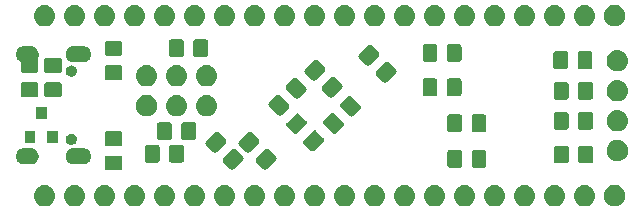
<source format=gbr>
G04 #@! TF.GenerationSoftware,KiCad,Pcbnew,(5.1.2-1)-1*
G04 #@! TF.CreationDate,2020-03-21T16:32:46+05:30*
G04 #@! TF.ProjectId,BluePill,426c7565-5069-46c6-9c2e-6b696361645f,rev?*
G04 #@! TF.SameCoordinates,Original*
G04 #@! TF.FileFunction,Soldermask,Bot*
G04 #@! TF.FilePolarity,Negative*
%FSLAX46Y46*%
G04 Gerber Fmt 4.6, Leading zero omitted, Abs format (unit mm)*
G04 Created by KiCad (PCBNEW (5.1.2-1)-1) date 2020-03-21 16:32:46*
%MOMM*%
%LPD*%
G04 APERTURE LIST*
%ADD10C,0.100000*%
G04 APERTURE END LIST*
D10*
G36*
X63613512Y-29583927D02*
G01*
X63762812Y-29613624D01*
X63926784Y-29681544D01*
X64074354Y-29780147D01*
X64199853Y-29905646D01*
X64298456Y-30053216D01*
X64366376Y-30217188D01*
X64401000Y-30391259D01*
X64401000Y-30568741D01*
X64366376Y-30742812D01*
X64298456Y-30906784D01*
X64199853Y-31054354D01*
X64074354Y-31179853D01*
X63926784Y-31278456D01*
X63762812Y-31346376D01*
X63613512Y-31376073D01*
X63588742Y-31381000D01*
X63411258Y-31381000D01*
X63386488Y-31376073D01*
X63237188Y-31346376D01*
X63073216Y-31278456D01*
X62925646Y-31179853D01*
X62800147Y-31054354D01*
X62701544Y-30906784D01*
X62633624Y-30742812D01*
X62599000Y-30568741D01*
X62599000Y-30391259D01*
X62633624Y-30217188D01*
X62701544Y-30053216D01*
X62800147Y-29905646D01*
X62925646Y-29780147D01*
X63073216Y-29681544D01*
X63237188Y-29613624D01*
X63386488Y-29583927D01*
X63411258Y-29579000D01*
X63588742Y-29579000D01*
X63613512Y-29583927D01*
X63613512Y-29583927D01*
G37*
G36*
X61070443Y-29585519D02*
G01*
X61136627Y-29592037D01*
X61306466Y-29643557D01*
X61462991Y-29727222D01*
X61498729Y-29756552D01*
X61600186Y-29839814D01*
X61683448Y-29941271D01*
X61712778Y-29977009D01*
X61796443Y-30133534D01*
X61847963Y-30303373D01*
X61865359Y-30480000D01*
X61847963Y-30656627D01*
X61796443Y-30826466D01*
X61712778Y-30982991D01*
X61683448Y-31018729D01*
X61600186Y-31120186D01*
X61527480Y-31179853D01*
X61462991Y-31232778D01*
X61306466Y-31316443D01*
X61136627Y-31367963D01*
X61070443Y-31374481D01*
X61004260Y-31381000D01*
X60915740Y-31381000D01*
X60849557Y-31374481D01*
X60783373Y-31367963D01*
X60613534Y-31316443D01*
X60457009Y-31232778D01*
X60392520Y-31179853D01*
X60319814Y-31120186D01*
X60236552Y-31018729D01*
X60207222Y-30982991D01*
X60123557Y-30826466D01*
X60072037Y-30656627D01*
X60054641Y-30480000D01*
X60072037Y-30303373D01*
X60123557Y-30133534D01*
X60207222Y-29977009D01*
X60236552Y-29941271D01*
X60319814Y-29839814D01*
X60421271Y-29756552D01*
X60457009Y-29727222D01*
X60613534Y-29643557D01*
X60783373Y-29592037D01*
X60849557Y-29585519D01*
X60915740Y-29579000D01*
X61004260Y-29579000D01*
X61070443Y-29585519D01*
X61070443Y-29585519D01*
G37*
G36*
X58530443Y-29585519D02*
G01*
X58596627Y-29592037D01*
X58766466Y-29643557D01*
X58922991Y-29727222D01*
X58958729Y-29756552D01*
X59060186Y-29839814D01*
X59143448Y-29941271D01*
X59172778Y-29977009D01*
X59256443Y-30133534D01*
X59307963Y-30303373D01*
X59325359Y-30480000D01*
X59307963Y-30656627D01*
X59256443Y-30826466D01*
X59172778Y-30982991D01*
X59143448Y-31018729D01*
X59060186Y-31120186D01*
X58987480Y-31179853D01*
X58922991Y-31232778D01*
X58766466Y-31316443D01*
X58596627Y-31367963D01*
X58530443Y-31374481D01*
X58464260Y-31381000D01*
X58375740Y-31381000D01*
X58309557Y-31374481D01*
X58243373Y-31367963D01*
X58073534Y-31316443D01*
X57917009Y-31232778D01*
X57852520Y-31179853D01*
X57779814Y-31120186D01*
X57696552Y-31018729D01*
X57667222Y-30982991D01*
X57583557Y-30826466D01*
X57532037Y-30656627D01*
X57514641Y-30480000D01*
X57532037Y-30303373D01*
X57583557Y-30133534D01*
X57667222Y-29977009D01*
X57696552Y-29941271D01*
X57779814Y-29839814D01*
X57881271Y-29756552D01*
X57917009Y-29727222D01*
X58073534Y-29643557D01*
X58243373Y-29592037D01*
X58309557Y-29585519D01*
X58375740Y-29579000D01*
X58464260Y-29579000D01*
X58530443Y-29585519D01*
X58530443Y-29585519D01*
G37*
G36*
X55990443Y-29585519D02*
G01*
X56056627Y-29592037D01*
X56226466Y-29643557D01*
X56382991Y-29727222D01*
X56418729Y-29756552D01*
X56520186Y-29839814D01*
X56603448Y-29941271D01*
X56632778Y-29977009D01*
X56716443Y-30133534D01*
X56767963Y-30303373D01*
X56785359Y-30480000D01*
X56767963Y-30656627D01*
X56716443Y-30826466D01*
X56632778Y-30982991D01*
X56603448Y-31018729D01*
X56520186Y-31120186D01*
X56447480Y-31179853D01*
X56382991Y-31232778D01*
X56226466Y-31316443D01*
X56056627Y-31367963D01*
X55990443Y-31374481D01*
X55924260Y-31381000D01*
X55835740Y-31381000D01*
X55769557Y-31374481D01*
X55703373Y-31367963D01*
X55533534Y-31316443D01*
X55377009Y-31232778D01*
X55312520Y-31179853D01*
X55239814Y-31120186D01*
X55156552Y-31018729D01*
X55127222Y-30982991D01*
X55043557Y-30826466D01*
X54992037Y-30656627D01*
X54974641Y-30480000D01*
X54992037Y-30303373D01*
X55043557Y-30133534D01*
X55127222Y-29977009D01*
X55156552Y-29941271D01*
X55239814Y-29839814D01*
X55341271Y-29756552D01*
X55377009Y-29727222D01*
X55533534Y-29643557D01*
X55703373Y-29592037D01*
X55769557Y-29585519D01*
X55835740Y-29579000D01*
X55924260Y-29579000D01*
X55990443Y-29585519D01*
X55990443Y-29585519D01*
G37*
G36*
X53450443Y-29585519D02*
G01*
X53516627Y-29592037D01*
X53686466Y-29643557D01*
X53842991Y-29727222D01*
X53878729Y-29756552D01*
X53980186Y-29839814D01*
X54063448Y-29941271D01*
X54092778Y-29977009D01*
X54176443Y-30133534D01*
X54227963Y-30303373D01*
X54245359Y-30480000D01*
X54227963Y-30656627D01*
X54176443Y-30826466D01*
X54092778Y-30982991D01*
X54063448Y-31018729D01*
X53980186Y-31120186D01*
X53907480Y-31179853D01*
X53842991Y-31232778D01*
X53686466Y-31316443D01*
X53516627Y-31367963D01*
X53450443Y-31374481D01*
X53384260Y-31381000D01*
X53295740Y-31381000D01*
X53229557Y-31374481D01*
X53163373Y-31367963D01*
X52993534Y-31316443D01*
X52837009Y-31232778D01*
X52772520Y-31179853D01*
X52699814Y-31120186D01*
X52616552Y-31018729D01*
X52587222Y-30982991D01*
X52503557Y-30826466D01*
X52452037Y-30656627D01*
X52434641Y-30480000D01*
X52452037Y-30303373D01*
X52503557Y-30133534D01*
X52587222Y-29977009D01*
X52616552Y-29941271D01*
X52699814Y-29839814D01*
X52801271Y-29756552D01*
X52837009Y-29727222D01*
X52993534Y-29643557D01*
X53163373Y-29592037D01*
X53229557Y-29585519D01*
X53295740Y-29579000D01*
X53384260Y-29579000D01*
X53450443Y-29585519D01*
X53450443Y-29585519D01*
G37*
G36*
X50910443Y-29585519D02*
G01*
X50976627Y-29592037D01*
X51146466Y-29643557D01*
X51302991Y-29727222D01*
X51338729Y-29756552D01*
X51440186Y-29839814D01*
X51523448Y-29941271D01*
X51552778Y-29977009D01*
X51636443Y-30133534D01*
X51687963Y-30303373D01*
X51705359Y-30480000D01*
X51687963Y-30656627D01*
X51636443Y-30826466D01*
X51552778Y-30982991D01*
X51523448Y-31018729D01*
X51440186Y-31120186D01*
X51367480Y-31179853D01*
X51302991Y-31232778D01*
X51146466Y-31316443D01*
X50976627Y-31367963D01*
X50910443Y-31374481D01*
X50844260Y-31381000D01*
X50755740Y-31381000D01*
X50689557Y-31374481D01*
X50623373Y-31367963D01*
X50453534Y-31316443D01*
X50297009Y-31232778D01*
X50232520Y-31179853D01*
X50159814Y-31120186D01*
X50076552Y-31018729D01*
X50047222Y-30982991D01*
X49963557Y-30826466D01*
X49912037Y-30656627D01*
X49894641Y-30480000D01*
X49912037Y-30303373D01*
X49963557Y-30133534D01*
X50047222Y-29977009D01*
X50076552Y-29941271D01*
X50159814Y-29839814D01*
X50261271Y-29756552D01*
X50297009Y-29727222D01*
X50453534Y-29643557D01*
X50623373Y-29592037D01*
X50689557Y-29585519D01*
X50755740Y-29579000D01*
X50844260Y-29579000D01*
X50910443Y-29585519D01*
X50910443Y-29585519D01*
G37*
G36*
X48370443Y-29585519D02*
G01*
X48436627Y-29592037D01*
X48606466Y-29643557D01*
X48762991Y-29727222D01*
X48798729Y-29756552D01*
X48900186Y-29839814D01*
X48983448Y-29941271D01*
X49012778Y-29977009D01*
X49096443Y-30133534D01*
X49147963Y-30303373D01*
X49165359Y-30480000D01*
X49147963Y-30656627D01*
X49096443Y-30826466D01*
X49012778Y-30982991D01*
X48983448Y-31018729D01*
X48900186Y-31120186D01*
X48827480Y-31179853D01*
X48762991Y-31232778D01*
X48606466Y-31316443D01*
X48436627Y-31367963D01*
X48370443Y-31374481D01*
X48304260Y-31381000D01*
X48215740Y-31381000D01*
X48149557Y-31374481D01*
X48083373Y-31367963D01*
X47913534Y-31316443D01*
X47757009Y-31232778D01*
X47692520Y-31179853D01*
X47619814Y-31120186D01*
X47536552Y-31018729D01*
X47507222Y-30982991D01*
X47423557Y-30826466D01*
X47372037Y-30656627D01*
X47354641Y-30480000D01*
X47372037Y-30303373D01*
X47423557Y-30133534D01*
X47507222Y-29977009D01*
X47536552Y-29941271D01*
X47619814Y-29839814D01*
X47721271Y-29756552D01*
X47757009Y-29727222D01*
X47913534Y-29643557D01*
X48083373Y-29592037D01*
X48149557Y-29585519D01*
X48215740Y-29579000D01*
X48304260Y-29579000D01*
X48370443Y-29585519D01*
X48370443Y-29585519D01*
G37*
G36*
X45830443Y-29585519D02*
G01*
X45896627Y-29592037D01*
X46066466Y-29643557D01*
X46222991Y-29727222D01*
X46258729Y-29756552D01*
X46360186Y-29839814D01*
X46443448Y-29941271D01*
X46472778Y-29977009D01*
X46556443Y-30133534D01*
X46607963Y-30303373D01*
X46625359Y-30480000D01*
X46607963Y-30656627D01*
X46556443Y-30826466D01*
X46472778Y-30982991D01*
X46443448Y-31018729D01*
X46360186Y-31120186D01*
X46287480Y-31179853D01*
X46222991Y-31232778D01*
X46066466Y-31316443D01*
X45896627Y-31367963D01*
X45830443Y-31374481D01*
X45764260Y-31381000D01*
X45675740Y-31381000D01*
X45609557Y-31374481D01*
X45543373Y-31367963D01*
X45373534Y-31316443D01*
X45217009Y-31232778D01*
X45152520Y-31179853D01*
X45079814Y-31120186D01*
X44996552Y-31018729D01*
X44967222Y-30982991D01*
X44883557Y-30826466D01*
X44832037Y-30656627D01*
X44814641Y-30480000D01*
X44832037Y-30303373D01*
X44883557Y-30133534D01*
X44967222Y-29977009D01*
X44996552Y-29941271D01*
X45079814Y-29839814D01*
X45181271Y-29756552D01*
X45217009Y-29727222D01*
X45373534Y-29643557D01*
X45543373Y-29592037D01*
X45609557Y-29585519D01*
X45675740Y-29579000D01*
X45764260Y-29579000D01*
X45830443Y-29585519D01*
X45830443Y-29585519D01*
G37*
G36*
X43290443Y-29585519D02*
G01*
X43356627Y-29592037D01*
X43526466Y-29643557D01*
X43682991Y-29727222D01*
X43718729Y-29756552D01*
X43820186Y-29839814D01*
X43903448Y-29941271D01*
X43932778Y-29977009D01*
X44016443Y-30133534D01*
X44067963Y-30303373D01*
X44085359Y-30480000D01*
X44067963Y-30656627D01*
X44016443Y-30826466D01*
X43932778Y-30982991D01*
X43903448Y-31018729D01*
X43820186Y-31120186D01*
X43747480Y-31179853D01*
X43682991Y-31232778D01*
X43526466Y-31316443D01*
X43356627Y-31367963D01*
X43290443Y-31374481D01*
X43224260Y-31381000D01*
X43135740Y-31381000D01*
X43069557Y-31374481D01*
X43003373Y-31367963D01*
X42833534Y-31316443D01*
X42677009Y-31232778D01*
X42612520Y-31179853D01*
X42539814Y-31120186D01*
X42456552Y-31018729D01*
X42427222Y-30982991D01*
X42343557Y-30826466D01*
X42292037Y-30656627D01*
X42274641Y-30480000D01*
X42292037Y-30303373D01*
X42343557Y-30133534D01*
X42427222Y-29977009D01*
X42456552Y-29941271D01*
X42539814Y-29839814D01*
X42641271Y-29756552D01*
X42677009Y-29727222D01*
X42833534Y-29643557D01*
X43003373Y-29592037D01*
X43069557Y-29585519D01*
X43135740Y-29579000D01*
X43224260Y-29579000D01*
X43290443Y-29585519D01*
X43290443Y-29585519D01*
G37*
G36*
X40750443Y-29585519D02*
G01*
X40816627Y-29592037D01*
X40986466Y-29643557D01*
X41142991Y-29727222D01*
X41178729Y-29756552D01*
X41280186Y-29839814D01*
X41363448Y-29941271D01*
X41392778Y-29977009D01*
X41476443Y-30133534D01*
X41527963Y-30303373D01*
X41545359Y-30480000D01*
X41527963Y-30656627D01*
X41476443Y-30826466D01*
X41392778Y-30982991D01*
X41363448Y-31018729D01*
X41280186Y-31120186D01*
X41207480Y-31179853D01*
X41142991Y-31232778D01*
X40986466Y-31316443D01*
X40816627Y-31367963D01*
X40750443Y-31374481D01*
X40684260Y-31381000D01*
X40595740Y-31381000D01*
X40529557Y-31374481D01*
X40463373Y-31367963D01*
X40293534Y-31316443D01*
X40137009Y-31232778D01*
X40072520Y-31179853D01*
X39999814Y-31120186D01*
X39916552Y-31018729D01*
X39887222Y-30982991D01*
X39803557Y-30826466D01*
X39752037Y-30656627D01*
X39734641Y-30480000D01*
X39752037Y-30303373D01*
X39803557Y-30133534D01*
X39887222Y-29977009D01*
X39916552Y-29941271D01*
X39999814Y-29839814D01*
X40101271Y-29756552D01*
X40137009Y-29727222D01*
X40293534Y-29643557D01*
X40463373Y-29592037D01*
X40529557Y-29585519D01*
X40595740Y-29579000D01*
X40684260Y-29579000D01*
X40750443Y-29585519D01*
X40750443Y-29585519D01*
G37*
G36*
X38210443Y-29585519D02*
G01*
X38276627Y-29592037D01*
X38446466Y-29643557D01*
X38602991Y-29727222D01*
X38638729Y-29756552D01*
X38740186Y-29839814D01*
X38823448Y-29941271D01*
X38852778Y-29977009D01*
X38936443Y-30133534D01*
X38987963Y-30303373D01*
X39005359Y-30480000D01*
X38987963Y-30656627D01*
X38936443Y-30826466D01*
X38852778Y-30982991D01*
X38823448Y-31018729D01*
X38740186Y-31120186D01*
X38667480Y-31179853D01*
X38602991Y-31232778D01*
X38446466Y-31316443D01*
X38276627Y-31367963D01*
X38210443Y-31374481D01*
X38144260Y-31381000D01*
X38055740Y-31381000D01*
X37989557Y-31374481D01*
X37923373Y-31367963D01*
X37753534Y-31316443D01*
X37597009Y-31232778D01*
X37532520Y-31179853D01*
X37459814Y-31120186D01*
X37376552Y-31018729D01*
X37347222Y-30982991D01*
X37263557Y-30826466D01*
X37212037Y-30656627D01*
X37194641Y-30480000D01*
X37212037Y-30303373D01*
X37263557Y-30133534D01*
X37347222Y-29977009D01*
X37376552Y-29941271D01*
X37459814Y-29839814D01*
X37561271Y-29756552D01*
X37597009Y-29727222D01*
X37753534Y-29643557D01*
X37923373Y-29592037D01*
X37989557Y-29585519D01*
X38055740Y-29579000D01*
X38144260Y-29579000D01*
X38210443Y-29585519D01*
X38210443Y-29585519D01*
G37*
G36*
X35670443Y-29585519D02*
G01*
X35736627Y-29592037D01*
X35906466Y-29643557D01*
X36062991Y-29727222D01*
X36098729Y-29756552D01*
X36200186Y-29839814D01*
X36283448Y-29941271D01*
X36312778Y-29977009D01*
X36396443Y-30133534D01*
X36447963Y-30303373D01*
X36465359Y-30480000D01*
X36447963Y-30656627D01*
X36396443Y-30826466D01*
X36312778Y-30982991D01*
X36283448Y-31018729D01*
X36200186Y-31120186D01*
X36127480Y-31179853D01*
X36062991Y-31232778D01*
X35906466Y-31316443D01*
X35736627Y-31367963D01*
X35670443Y-31374481D01*
X35604260Y-31381000D01*
X35515740Y-31381000D01*
X35449557Y-31374481D01*
X35383373Y-31367963D01*
X35213534Y-31316443D01*
X35057009Y-31232778D01*
X34992520Y-31179853D01*
X34919814Y-31120186D01*
X34836552Y-31018729D01*
X34807222Y-30982991D01*
X34723557Y-30826466D01*
X34672037Y-30656627D01*
X34654641Y-30480000D01*
X34672037Y-30303373D01*
X34723557Y-30133534D01*
X34807222Y-29977009D01*
X34836552Y-29941271D01*
X34919814Y-29839814D01*
X35021271Y-29756552D01*
X35057009Y-29727222D01*
X35213534Y-29643557D01*
X35383373Y-29592037D01*
X35449557Y-29585519D01*
X35515740Y-29579000D01*
X35604260Y-29579000D01*
X35670443Y-29585519D01*
X35670443Y-29585519D01*
G37*
G36*
X33130443Y-29585519D02*
G01*
X33196627Y-29592037D01*
X33366466Y-29643557D01*
X33522991Y-29727222D01*
X33558729Y-29756552D01*
X33660186Y-29839814D01*
X33743448Y-29941271D01*
X33772778Y-29977009D01*
X33856443Y-30133534D01*
X33907963Y-30303373D01*
X33925359Y-30480000D01*
X33907963Y-30656627D01*
X33856443Y-30826466D01*
X33772778Y-30982991D01*
X33743448Y-31018729D01*
X33660186Y-31120186D01*
X33587480Y-31179853D01*
X33522991Y-31232778D01*
X33366466Y-31316443D01*
X33196627Y-31367963D01*
X33130443Y-31374481D01*
X33064260Y-31381000D01*
X32975740Y-31381000D01*
X32909557Y-31374481D01*
X32843373Y-31367963D01*
X32673534Y-31316443D01*
X32517009Y-31232778D01*
X32452520Y-31179853D01*
X32379814Y-31120186D01*
X32296552Y-31018729D01*
X32267222Y-30982991D01*
X32183557Y-30826466D01*
X32132037Y-30656627D01*
X32114641Y-30480000D01*
X32132037Y-30303373D01*
X32183557Y-30133534D01*
X32267222Y-29977009D01*
X32296552Y-29941271D01*
X32379814Y-29839814D01*
X32481271Y-29756552D01*
X32517009Y-29727222D01*
X32673534Y-29643557D01*
X32843373Y-29592037D01*
X32909557Y-29585519D01*
X32975740Y-29579000D01*
X33064260Y-29579000D01*
X33130443Y-29585519D01*
X33130443Y-29585519D01*
G37*
G36*
X30590443Y-29585519D02*
G01*
X30656627Y-29592037D01*
X30826466Y-29643557D01*
X30982991Y-29727222D01*
X31018729Y-29756552D01*
X31120186Y-29839814D01*
X31203448Y-29941271D01*
X31232778Y-29977009D01*
X31316443Y-30133534D01*
X31367963Y-30303373D01*
X31385359Y-30480000D01*
X31367963Y-30656627D01*
X31316443Y-30826466D01*
X31232778Y-30982991D01*
X31203448Y-31018729D01*
X31120186Y-31120186D01*
X31047480Y-31179853D01*
X30982991Y-31232778D01*
X30826466Y-31316443D01*
X30656627Y-31367963D01*
X30590443Y-31374481D01*
X30524260Y-31381000D01*
X30435740Y-31381000D01*
X30369557Y-31374481D01*
X30303373Y-31367963D01*
X30133534Y-31316443D01*
X29977009Y-31232778D01*
X29912520Y-31179853D01*
X29839814Y-31120186D01*
X29756552Y-31018729D01*
X29727222Y-30982991D01*
X29643557Y-30826466D01*
X29592037Y-30656627D01*
X29574641Y-30480000D01*
X29592037Y-30303373D01*
X29643557Y-30133534D01*
X29727222Y-29977009D01*
X29756552Y-29941271D01*
X29839814Y-29839814D01*
X29941271Y-29756552D01*
X29977009Y-29727222D01*
X30133534Y-29643557D01*
X30303373Y-29592037D01*
X30369557Y-29585519D01*
X30435740Y-29579000D01*
X30524260Y-29579000D01*
X30590443Y-29585519D01*
X30590443Y-29585519D01*
G37*
G36*
X28050443Y-29585519D02*
G01*
X28116627Y-29592037D01*
X28286466Y-29643557D01*
X28442991Y-29727222D01*
X28478729Y-29756552D01*
X28580186Y-29839814D01*
X28663448Y-29941271D01*
X28692778Y-29977009D01*
X28776443Y-30133534D01*
X28827963Y-30303373D01*
X28845359Y-30480000D01*
X28827963Y-30656627D01*
X28776443Y-30826466D01*
X28692778Y-30982991D01*
X28663448Y-31018729D01*
X28580186Y-31120186D01*
X28507480Y-31179853D01*
X28442991Y-31232778D01*
X28286466Y-31316443D01*
X28116627Y-31367963D01*
X28050443Y-31374481D01*
X27984260Y-31381000D01*
X27895740Y-31381000D01*
X27829557Y-31374481D01*
X27763373Y-31367963D01*
X27593534Y-31316443D01*
X27437009Y-31232778D01*
X27372520Y-31179853D01*
X27299814Y-31120186D01*
X27216552Y-31018729D01*
X27187222Y-30982991D01*
X27103557Y-30826466D01*
X27052037Y-30656627D01*
X27034641Y-30480000D01*
X27052037Y-30303373D01*
X27103557Y-30133534D01*
X27187222Y-29977009D01*
X27216552Y-29941271D01*
X27299814Y-29839814D01*
X27401271Y-29756552D01*
X27437009Y-29727222D01*
X27593534Y-29643557D01*
X27763373Y-29592037D01*
X27829557Y-29585519D01*
X27895740Y-29579000D01*
X27984260Y-29579000D01*
X28050443Y-29585519D01*
X28050443Y-29585519D01*
G37*
G36*
X25510443Y-29585519D02*
G01*
X25576627Y-29592037D01*
X25746466Y-29643557D01*
X25902991Y-29727222D01*
X25938729Y-29756552D01*
X26040186Y-29839814D01*
X26123448Y-29941271D01*
X26152778Y-29977009D01*
X26236443Y-30133534D01*
X26287963Y-30303373D01*
X26305359Y-30480000D01*
X26287963Y-30656627D01*
X26236443Y-30826466D01*
X26152778Y-30982991D01*
X26123448Y-31018729D01*
X26040186Y-31120186D01*
X25967480Y-31179853D01*
X25902991Y-31232778D01*
X25746466Y-31316443D01*
X25576627Y-31367963D01*
X25510443Y-31374481D01*
X25444260Y-31381000D01*
X25355740Y-31381000D01*
X25289557Y-31374481D01*
X25223373Y-31367963D01*
X25053534Y-31316443D01*
X24897009Y-31232778D01*
X24832520Y-31179853D01*
X24759814Y-31120186D01*
X24676552Y-31018729D01*
X24647222Y-30982991D01*
X24563557Y-30826466D01*
X24512037Y-30656627D01*
X24494641Y-30480000D01*
X24512037Y-30303373D01*
X24563557Y-30133534D01*
X24647222Y-29977009D01*
X24676552Y-29941271D01*
X24759814Y-29839814D01*
X24861271Y-29756552D01*
X24897009Y-29727222D01*
X25053534Y-29643557D01*
X25223373Y-29592037D01*
X25289557Y-29585519D01*
X25355740Y-29579000D01*
X25444260Y-29579000D01*
X25510443Y-29585519D01*
X25510443Y-29585519D01*
G37*
G36*
X22970443Y-29585519D02*
G01*
X23036627Y-29592037D01*
X23206466Y-29643557D01*
X23362991Y-29727222D01*
X23398729Y-29756552D01*
X23500186Y-29839814D01*
X23583448Y-29941271D01*
X23612778Y-29977009D01*
X23696443Y-30133534D01*
X23747963Y-30303373D01*
X23765359Y-30480000D01*
X23747963Y-30656627D01*
X23696443Y-30826466D01*
X23612778Y-30982991D01*
X23583448Y-31018729D01*
X23500186Y-31120186D01*
X23427480Y-31179853D01*
X23362991Y-31232778D01*
X23206466Y-31316443D01*
X23036627Y-31367963D01*
X22970443Y-31374481D01*
X22904260Y-31381000D01*
X22815740Y-31381000D01*
X22749557Y-31374481D01*
X22683373Y-31367963D01*
X22513534Y-31316443D01*
X22357009Y-31232778D01*
X22292520Y-31179853D01*
X22219814Y-31120186D01*
X22136552Y-31018729D01*
X22107222Y-30982991D01*
X22023557Y-30826466D01*
X21972037Y-30656627D01*
X21954641Y-30480000D01*
X21972037Y-30303373D01*
X22023557Y-30133534D01*
X22107222Y-29977009D01*
X22136552Y-29941271D01*
X22219814Y-29839814D01*
X22321271Y-29756552D01*
X22357009Y-29727222D01*
X22513534Y-29643557D01*
X22683373Y-29592037D01*
X22749557Y-29585519D01*
X22815740Y-29579000D01*
X22904260Y-29579000D01*
X22970443Y-29585519D01*
X22970443Y-29585519D01*
G37*
G36*
X20430443Y-29585519D02*
G01*
X20496627Y-29592037D01*
X20666466Y-29643557D01*
X20822991Y-29727222D01*
X20858729Y-29756552D01*
X20960186Y-29839814D01*
X21043448Y-29941271D01*
X21072778Y-29977009D01*
X21156443Y-30133534D01*
X21207963Y-30303373D01*
X21225359Y-30480000D01*
X21207963Y-30656627D01*
X21156443Y-30826466D01*
X21072778Y-30982991D01*
X21043448Y-31018729D01*
X20960186Y-31120186D01*
X20887480Y-31179853D01*
X20822991Y-31232778D01*
X20666466Y-31316443D01*
X20496627Y-31367963D01*
X20430443Y-31374481D01*
X20364260Y-31381000D01*
X20275740Y-31381000D01*
X20209557Y-31374481D01*
X20143373Y-31367963D01*
X19973534Y-31316443D01*
X19817009Y-31232778D01*
X19752520Y-31179853D01*
X19679814Y-31120186D01*
X19596552Y-31018729D01*
X19567222Y-30982991D01*
X19483557Y-30826466D01*
X19432037Y-30656627D01*
X19414641Y-30480000D01*
X19432037Y-30303373D01*
X19483557Y-30133534D01*
X19567222Y-29977009D01*
X19596552Y-29941271D01*
X19679814Y-29839814D01*
X19781271Y-29756552D01*
X19817009Y-29727222D01*
X19973534Y-29643557D01*
X20143373Y-29592037D01*
X20209557Y-29585519D01*
X20275740Y-29579000D01*
X20364260Y-29579000D01*
X20430443Y-29585519D01*
X20430443Y-29585519D01*
G37*
G36*
X17890443Y-29585519D02*
G01*
X17956627Y-29592037D01*
X18126466Y-29643557D01*
X18282991Y-29727222D01*
X18318729Y-29756552D01*
X18420186Y-29839814D01*
X18503448Y-29941271D01*
X18532778Y-29977009D01*
X18616443Y-30133534D01*
X18667963Y-30303373D01*
X18685359Y-30480000D01*
X18667963Y-30656627D01*
X18616443Y-30826466D01*
X18532778Y-30982991D01*
X18503448Y-31018729D01*
X18420186Y-31120186D01*
X18347480Y-31179853D01*
X18282991Y-31232778D01*
X18126466Y-31316443D01*
X17956627Y-31367963D01*
X17890443Y-31374481D01*
X17824260Y-31381000D01*
X17735740Y-31381000D01*
X17669557Y-31374481D01*
X17603373Y-31367963D01*
X17433534Y-31316443D01*
X17277009Y-31232778D01*
X17212520Y-31179853D01*
X17139814Y-31120186D01*
X17056552Y-31018729D01*
X17027222Y-30982991D01*
X16943557Y-30826466D01*
X16892037Y-30656627D01*
X16874641Y-30480000D01*
X16892037Y-30303373D01*
X16943557Y-30133534D01*
X17027222Y-29977009D01*
X17056552Y-29941271D01*
X17139814Y-29839814D01*
X17241271Y-29756552D01*
X17277009Y-29727222D01*
X17433534Y-29643557D01*
X17603373Y-29592037D01*
X17669557Y-29585519D01*
X17735740Y-29579000D01*
X17824260Y-29579000D01*
X17890443Y-29585519D01*
X17890443Y-29585519D01*
G37*
G36*
X15350443Y-29585519D02*
G01*
X15416627Y-29592037D01*
X15586466Y-29643557D01*
X15742991Y-29727222D01*
X15778729Y-29756552D01*
X15880186Y-29839814D01*
X15963448Y-29941271D01*
X15992778Y-29977009D01*
X16076443Y-30133534D01*
X16127963Y-30303373D01*
X16145359Y-30480000D01*
X16127963Y-30656627D01*
X16076443Y-30826466D01*
X15992778Y-30982991D01*
X15963448Y-31018729D01*
X15880186Y-31120186D01*
X15807480Y-31179853D01*
X15742991Y-31232778D01*
X15586466Y-31316443D01*
X15416627Y-31367963D01*
X15350443Y-31374481D01*
X15284260Y-31381000D01*
X15195740Y-31381000D01*
X15129557Y-31374481D01*
X15063373Y-31367963D01*
X14893534Y-31316443D01*
X14737009Y-31232778D01*
X14672520Y-31179853D01*
X14599814Y-31120186D01*
X14516552Y-31018729D01*
X14487222Y-30982991D01*
X14403557Y-30826466D01*
X14352037Y-30656627D01*
X14334641Y-30480000D01*
X14352037Y-30303373D01*
X14403557Y-30133534D01*
X14487222Y-29977009D01*
X14516552Y-29941271D01*
X14599814Y-29839814D01*
X14701271Y-29756552D01*
X14737009Y-29727222D01*
X14893534Y-29643557D01*
X15063373Y-29592037D01*
X15129557Y-29585519D01*
X15195740Y-29579000D01*
X15284260Y-29579000D01*
X15350443Y-29585519D01*
X15350443Y-29585519D01*
G37*
G36*
X21670674Y-27082465D02*
G01*
X21708367Y-27093899D01*
X21743103Y-27112466D01*
X21773548Y-27137452D01*
X21798534Y-27167897D01*
X21817101Y-27202633D01*
X21828535Y-27240326D01*
X21833000Y-27285661D01*
X21833000Y-28122339D01*
X21828535Y-28167674D01*
X21817101Y-28205367D01*
X21798534Y-28240103D01*
X21773548Y-28270548D01*
X21743103Y-28295534D01*
X21708367Y-28314101D01*
X21670674Y-28325535D01*
X21625339Y-28330000D01*
X20538661Y-28330000D01*
X20493326Y-28325535D01*
X20455633Y-28314101D01*
X20420897Y-28295534D01*
X20390452Y-28270548D01*
X20365466Y-28240103D01*
X20346899Y-28205367D01*
X20335465Y-28167674D01*
X20331000Y-28122339D01*
X20331000Y-27285661D01*
X20335465Y-27240326D01*
X20346899Y-27202633D01*
X20365466Y-27167897D01*
X20390452Y-27137452D01*
X20420897Y-27112466D01*
X20455633Y-27093899D01*
X20493326Y-27082465D01*
X20538661Y-27078000D01*
X21625339Y-27078000D01*
X21670674Y-27082465D01*
X21670674Y-27082465D01*
G37*
G36*
X31332367Y-26509036D02*
G01*
X31370060Y-26520470D01*
X31404796Y-26539037D01*
X31440009Y-26567935D01*
X32031633Y-27159559D01*
X32060531Y-27194772D01*
X32079098Y-27229508D01*
X32090532Y-27267201D01*
X32094392Y-27306396D01*
X32090532Y-27345591D01*
X32079098Y-27383284D01*
X32060531Y-27418020D01*
X32031633Y-27453233D01*
X31263233Y-28221633D01*
X31228020Y-28250531D01*
X31193284Y-28269098D01*
X31155591Y-28280532D01*
X31116396Y-28284392D01*
X31077201Y-28280532D01*
X31039508Y-28269098D01*
X31004772Y-28250531D01*
X30969559Y-28221633D01*
X30377935Y-27630009D01*
X30349037Y-27594796D01*
X30330470Y-27560060D01*
X30319036Y-27522367D01*
X30315176Y-27483172D01*
X30319036Y-27443977D01*
X30330470Y-27406284D01*
X30349037Y-27371548D01*
X30377935Y-27336335D01*
X31146335Y-26567935D01*
X31181548Y-26539037D01*
X31216284Y-26520470D01*
X31253977Y-26509036D01*
X31293172Y-26505176D01*
X31332367Y-26509036D01*
X31332367Y-26509036D01*
G37*
G36*
X34126367Y-26509036D02*
G01*
X34164060Y-26520470D01*
X34198796Y-26539037D01*
X34234009Y-26567935D01*
X34825633Y-27159559D01*
X34854531Y-27194772D01*
X34873098Y-27229508D01*
X34884532Y-27267201D01*
X34888392Y-27306396D01*
X34884532Y-27345591D01*
X34873098Y-27383284D01*
X34854531Y-27418020D01*
X34825633Y-27453233D01*
X34057233Y-28221633D01*
X34022020Y-28250531D01*
X33987284Y-28269098D01*
X33949591Y-28280532D01*
X33910396Y-28284392D01*
X33871201Y-28280532D01*
X33833508Y-28269098D01*
X33798772Y-28250531D01*
X33763559Y-28221633D01*
X33171935Y-27630009D01*
X33143037Y-27594796D01*
X33124470Y-27560060D01*
X33113036Y-27522367D01*
X33109176Y-27483172D01*
X33113036Y-27443977D01*
X33124470Y-27406284D01*
X33143037Y-27371548D01*
X33171935Y-27336335D01*
X33940335Y-26567935D01*
X33975548Y-26539037D01*
X34010284Y-26520470D01*
X34047977Y-26509036D01*
X34087172Y-26505176D01*
X34126367Y-26509036D01*
X34126367Y-26509036D01*
G37*
G36*
X52488674Y-26603465D02*
G01*
X52526367Y-26614899D01*
X52561103Y-26633466D01*
X52591548Y-26658452D01*
X52616534Y-26688897D01*
X52635101Y-26723633D01*
X52646535Y-26761326D01*
X52651000Y-26806661D01*
X52651000Y-27893339D01*
X52646535Y-27938674D01*
X52635101Y-27976367D01*
X52616534Y-28011103D01*
X52591548Y-28041548D01*
X52561103Y-28066534D01*
X52526367Y-28085101D01*
X52488674Y-28096535D01*
X52443339Y-28101000D01*
X51606661Y-28101000D01*
X51561326Y-28096535D01*
X51523633Y-28085101D01*
X51488897Y-28066534D01*
X51458452Y-28041548D01*
X51433466Y-28011103D01*
X51414899Y-27976367D01*
X51403465Y-27938674D01*
X51399000Y-27893339D01*
X51399000Y-26806661D01*
X51403465Y-26761326D01*
X51414899Y-26723633D01*
X51433466Y-26688897D01*
X51458452Y-26658452D01*
X51488897Y-26633466D01*
X51523633Y-26614899D01*
X51561326Y-26603465D01*
X51606661Y-26599000D01*
X52443339Y-26599000D01*
X52488674Y-26603465D01*
X52488674Y-26603465D01*
G37*
G36*
X50438674Y-26603465D02*
G01*
X50476367Y-26614899D01*
X50511103Y-26633466D01*
X50541548Y-26658452D01*
X50566534Y-26688897D01*
X50585101Y-26723633D01*
X50596535Y-26761326D01*
X50601000Y-26806661D01*
X50601000Y-27893339D01*
X50596535Y-27938674D01*
X50585101Y-27976367D01*
X50566534Y-28011103D01*
X50541548Y-28041548D01*
X50511103Y-28066534D01*
X50476367Y-28085101D01*
X50438674Y-28096535D01*
X50393339Y-28101000D01*
X49556661Y-28101000D01*
X49511326Y-28096535D01*
X49473633Y-28085101D01*
X49438897Y-28066534D01*
X49408452Y-28041548D01*
X49383466Y-28011103D01*
X49364899Y-27976367D01*
X49353465Y-27938674D01*
X49349000Y-27893339D01*
X49349000Y-26806661D01*
X49353465Y-26761326D01*
X49364899Y-26723633D01*
X49383466Y-26688897D01*
X49408452Y-26658452D01*
X49438897Y-26633466D01*
X49473633Y-26614899D01*
X49511326Y-26603465D01*
X49556661Y-26599000D01*
X50393339Y-26599000D01*
X50438674Y-26603465D01*
X50438674Y-26603465D01*
G37*
G36*
X14172485Y-26448617D02*
G01*
X14206079Y-26451926D01*
X14281994Y-26474955D01*
X14335395Y-26491153D01*
X14454564Y-26554851D01*
X14559023Y-26640577D01*
X14644749Y-26745036D01*
X14708447Y-26864205D01*
X14724646Y-26917606D01*
X14747674Y-26993521D01*
X14760919Y-27128000D01*
X14747674Y-27262479D01*
X14734352Y-27306396D01*
X14708447Y-27391795D01*
X14644749Y-27510964D01*
X14559023Y-27615423D01*
X14454564Y-27701149D01*
X14335395Y-27764847D01*
X14281994Y-27781046D01*
X14206079Y-27804074D01*
X14172485Y-27807383D01*
X14105300Y-27814000D01*
X13479100Y-27814000D01*
X13411915Y-27807383D01*
X13378321Y-27804074D01*
X13302406Y-27781046D01*
X13249005Y-27764847D01*
X13129836Y-27701149D01*
X13025377Y-27615423D01*
X12939651Y-27510964D01*
X12875953Y-27391795D01*
X12850048Y-27306396D01*
X12836726Y-27262479D01*
X12823481Y-27128000D01*
X12836726Y-26993521D01*
X12859754Y-26917606D01*
X12875953Y-26864205D01*
X12939651Y-26745036D01*
X13025377Y-26640577D01*
X13129836Y-26554851D01*
X13249005Y-26491153D01*
X13302406Y-26474955D01*
X13378321Y-26451926D01*
X13411915Y-26448617D01*
X13479100Y-26442000D01*
X14105300Y-26442000D01*
X14172485Y-26448617D01*
X14172485Y-26448617D01*
G37*
G36*
X18592085Y-26448617D02*
G01*
X18625679Y-26451926D01*
X18701594Y-26474955D01*
X18754995Y-26491153D01*
X18874164Y-26554851D01*
X18978623Y-26640577D01*
X19064349Y-26745036D01*
X19128047Y-26864205D01*
X19144246Y-26917606D01*
X19167274Y-26993521D01*
X19180519Y-27128000D01*
X19167274Y-27262479D01*
X19153952Y-27306396D01*
X19128047Y-27391795D01*
X19064349Y-27510964D01*
X18978623Y-27615423D01*
X18874164Y-27701149D01*
X18754995Y-27764847D01*
X18701594Y-27781046D01*
X18625679Y-27804074D01*
X18592085Y-27807383D01*
X18524900Y-27814000D01*
X17695500Y-27814000D01*
X17628315Y-27807383D01*
X17594721Y-27804074D01*
X17518806Y-27781046D01*
X17465405Y-27764847D01*
X17346236Y-27701149D01*
X17241777Y-27615423D01*
X17156051Y-27510964D01*
X17092353Y-27391795D01*
X17066448Y-27306396D01*
X17053126Y-27262479D01*
X17039881Y-27128000D01*
X17053126Y-26993521D01*
X17076154Y-26917606D01*
X17092353Y-26864205D01*
X17156051Y-26745036D01*
X17241777Y-26640577D01*
X17346236Y-26554851D01*
X17465405Y-26491153D01*
X17518806Y-26474955D01*
X17594721Y-26451926D01*
X17628315Y-26448617D01*
X17695500Y-26442000D01*
X18524900Y-26442000D01*
X18592085Y-26448617D01*
X18592085Y-26448617D01*
G37*
G36*
X59463674Y-26253465D02*
G01*
X59501367Y-26264899D01*
X59536103Y-26283466D01*
X59566548Y-26308452D01*
X59591534Y-26338897D01*
X59610101Y-26373633D01*
X59621535Y-26411326D01*
X59626000Y-26456661D01*
X59626000Y-27543339D01*
X59621535Y-27588674D01*
X59610101Y-27626367D01*
X59591534Y-27661103D01*
X59566548Y-27691548D01*
X59536103Y-27716534D01*
X59501367Y-27735101D01*
X59463674Y-27746535D01*
X59418339Y-27751000D01*
X58581661Y-27751000D01*
X58536326Y-27746535D01*
X58498633Y-27735101D01*
X58463897Y-27716534D01*
X58433452Y-27691548D01*
X58408466Y-27661103D01*
X58389899Y-27626367D01*
X58378465Y-27588674D01*
X58374000Y-27543339D01*
X58374000Y-26456661D01*
X58378465Y-26411326D01*
X58389899Y-26373633D01*
X58408466Y-26338897D01*
X58433452Y-26308452D01*
X58463897Y-26283466D01*
X58498633Y-26264899D01*
X58536326Y-26253465D01*
X58581661Y-26249000D01*
X59418339Y-26249000D01*
X59463674Y-26253465D01*
X59463674Y-26253465D01*
G37*
G36*
X61513674Y-26253465D02*
G01*
X61551367Y-26264899D01*
X61586103Y-26283466D01*
X61616548Y-26308452D01*
X61641534Y-26338897D01*
X61660101Y-26373633D01*
X61671535Y-26411326D01*
X61676000Y-26456661D01*
X61676000Y-27543339D01*
X61671535Y-27588674D01*
X61660101Y-27626367D01*
X61641534Y-27661103D01*
X61616548Y-27691548D01*
X61586103Y-27716534D01*
X61551367Y-27735101D01*
X61513674Y-27746535D01*
X61468339Y-27751000D01*
X60631661Y-27751000D01*
X60586326Y-27746535D01*
X60548633Y-27735101D01*
X60513897Y-27716534D01*
X60483452Y-27691548D01*
X60458466Y-27661103D01*
X60439899Y-27626367D01*
X60428465Y-27588674D01*
X60424000Y-27543339D01*
X60424000Y-26456661D01*
X60428465Y-26411326D01*
X60439899Y-26373633D01*
X60458466Y-26338897D01*
X60483452Y-26308452D01*
X60513897Y-26283466D01*
X60548633Y-26264899D01*
X60586326Y-26253465D01*
X60631661Y-26249000D01*
X61468339Y-26249000D01*
X61513674Y-26253465D01*
X61513674Y-26253465D01*
G37*
G36*
X24829674Y-26177465D02*
G01*
X24867367Y-26188899D01*
X24902103Y-26207466D01*
X24932548Y-26232452D01*
X24957534Y-26262897D01*
X24976101Y-26297633D01*
X24987535Y-26335326D01*
X24992000Y-26380661D01*
X24992000Y-27467339D01*
X24987535Y-27512674D01*
X24976101Y-27550367D01*
X24957534Y-27585103D01*
X24932548Y-27615548D01*
X24902103Y-27640534D01*
X24867367Y-27659101D01*
X24829674Y-27670535D01*
X24784339Y-27675000D01*
X23947661Y-27675000D01*
X23902326Y-27670535D01*
X23864633Y-27659101D01*
X23829897Y-27640534D01*
X23799452Y-27615548D01*
X23774466Y-27585103D01*
X23755899Y-27550367D01*
X23744465Y-27512674D01*
X23740000Y-27467339D01*
X23740000Y-26380661D01*
X23744465Y-26335326D01*
X23755899Y-26297633D01*
X23774466Y-26262897D01*
X23799452Y-26232452D01*
X23829897Y-26207466D01*
X23864633Y-26188899D01*
X23902326Y-26177465D01*
X23947661Y-26173000D01*
X24784339Y-26173000D01*
X24829674Y-26177465D01*
X24829674Y-26177465D01*
G37*
G36*
X26879674Y-26177465D02*
G01*
X26917367Y-26188899D01*
X26952103Y-26207466D01*
X26982548Y-26232452D01*
X27007534Y-26262897D01*
X27026101Y-26297633D01*
X27037535Y-26335326D01*
X27042000Y-26380661D01*
X27042000Y-27467339D01*
X27037535Y-27512674D01*
X27026101Y-27550367D01*
X27007534Y-27585103D01*
X26982548Y-27615548D01*
X26952103Y-27640534D01*
X26917367Y-27659101D01*
X26879674Y-27670535D01*
X26834339Y-27675000D01*
X25997661Y-27675000D01*
X25952326Y-27670535D01*
X25914633Y-27659101D01*
X25879897Y-27640534D01*
X25849452Y-27615548D01*
X25824466Y-27585103D01*
X25805899Y-27550367D01*
X25794465Y-27512674D01*
X25790000Y-27467339D01*
X25790000Y-26380661D01*
X25794465Y-26335326D01*
X25805899Y-26297633D01*
X25824466Y-26262897D01*
X25849452Y-26232452D01*
X25879897Y-26207466D01*
X25914633Y-26188899D01*
X25952326Y-26177465D01*
X25997661Y-26173000D01*
X26834339Y-26173000D01*
X26879674Y-26177465D01*
X26879674Y-26177465D01*
G37*
G36*
X63851637Y-25773927D02*
G01*
X64000937Y-25803624D01*
X64164909Y-25871544D01*
X64312479Y-25970147D01*
X64437978Y-26095646D01*
X64536581Y-26243216D01*
X64604501Y-26407188D01*
X64639125Y-26581259D01*
X64639125Y-26758741D01*
X64604501Y-26932812D01*
X64536581Y-27096784D01*
X64437978Y-27244354D01*
X64312479Y-27369853D01*
X64164909Y-27468456D01*
X64000937Y-27536376D01*
X63851637Y-27566073D01*
X63826867Y-27571000D01*
X63649383Y-27571000D01*
X63624613Y-27566073D01*
X63475313Y-27536376D01*
X63311341Y-27468456D01*
X63163771Y-27369853D01*
X63038272Y-27244354D01*
X62939669Y-27096784D01*
X62871749Y-26932812D01*
X62837125Y-26758741D01*
X62837125Y-26581259D01*
X62871749Y-26407188D01*
X62939669Y-26243216D01*
X63038272Y-26095646D01*
X63163771Y-25970147D01*
X63311341Y-25871544D01*
X63475313Y-25803624D01*
X63624613Y-25773927D01*
X63649383Y-25769000D01*
X63826867Y-25769000D01*
X63851637Y-25773927D01*
X63851637Y-25773927D01*
G37*
G36*
X32676799Y-25059468D02*
G01*
X32714492Y-25070902D01*
X32749228Y-25089469D01*
X32784441Y-25118367D01*
X33376065Y-25709991D01*
X33404963Y-25745204D01*
X33423530Y-25779940D01*
X33434964Y-25817633D01*
X33438824Y-25856828D01*
X33434964Y-25896023D01*
X33423530Y-25933716D01*
X33404963Y-25968452D01*
X33376065Y-26003665D01*
X32607665Y-26772065D01*
X32572452Y-26800963D01*
X32537716Y-26819530D01*
X32500023Y-26830964D01*
X32460828Y-26834824D01*
X32421633Y-26830964D01*
X32383940Y-26819530D01*
X32349204Y-26800963D01*
X32313991Y-26772065D01*
X31722367Y-26180441D01*
X31693469Y-26145228D01*
X31674902Y-26110492D01*
X31663468Y-26072799D01*
X31659608Y-26033604D01*
X31663468Y-25994409D01*
X31674902Y-25956716D01*
X31693469Y-25921980D01*
X31722367Y-25886767D01*
X32490767Y-25118367D01*
X32525980Y-25089469D01*
X32560716Y-25070902D01*
X32598409Y-25059468D01*
X32637604Y-25055608D01*
X32676799Y-25059468D01*
X32676799Y-25059468D01*
G37*
G36*
X29882799Y-25059468D02*
G01*
X29920492Y-25070902D01*
X29955228Y-25089469D01*
X29990441Y-25118367D01*
X30582065Y-25709991D01*
X30610963Y-25745204D01*
X30629530Y-25779940D01*
X30640964Y-25817633D01*
X30644824Y-25856828D01*
X30640964Y-25896023D01*
X30629530Y-25933716D01*
X30610963Y-25968452D01*
X30582065Y-26003665D01*
X29813665Y-26772065D01*
X29778452Y-26800963D01*
X29743716Y-26819530D01*
X29706023Y-26830964D01*
X29666828Y-26834824D01*
X29627633Y-26830964D01*
X29589940Y-26819530D01*
X29555204Y-26800963D01*
X29519991Y-26772065D01*
X28928367Y-26180441D01*
X28899469Y-26145228D01*
X28880902Y-26110492D01*
X28869468Y-26072799D01*
X28865608Y-26033604D01*
X28869468Y-25994409D01*
X28880902Y-25956716D01*
X28899469Y-25921980D01*
X28928367Y-25886767D01*
X29696767Y-25118367D01*
X29731980Y-25089469D01*
X29766716Y-25070902D01*
X29804409Y-25059468D01*
X29843604Y-25055608D01*
X29882799Y-25059468D01*
X29882799Y-25059468D01*
G37*
G36*
X38153151Y-24947820D02*
G01*
X38190844Y-24959254D01*
X38225580Y-24977821D01*
X38260793Y-25006719D01*
X38852417Y-25598343D01*
X38881315Y-25633556D01*
X38899882Y-25668292D01*
X38911316Y-25705985D01*
X38915176Y-25745180D01*
X38911316Y-25784375D01*
X38899882Y-25822068D01*
X38881315Y-25856804D01*
X38852417Y-25892017D01*
X38084017Y-26660417D01*
X38048804Y-26689315D01*
X38014068Y-26707882D01*
X37976375Y-26719316D01*
X37937180Y-26723176D01*
X37897985Y-26719316D01*
X37860292Y-26707882D01*
X37825556Y-26689315D01*
X37790343Y-26660417D01*
X37198719Y-26068793D01*
X37169821Y-26033580D01*
X37151254Y-25998844D01*
X37139820Y-25961151D01*
X37135960Y-25921956D01*
X37139820Y-25882761D01*
X37151254Y-25845068D01*
X37169821Y-25810332D01*
X37198719Y-25775119D01*
X37967119Y-25006719D01*
X38002332Y-24977821D01*
X38037068Y-24959254D01*
X38074761Y-24947820D01*
X38113956Y-24943960D01*
X38153151Y-24947820D01*
X38153151Y-24947820D01*
G37*
G36*
X21670674Y-25032465D02*
G01*
X21708367Y-25043899D01*
X21743103Y-25062466D01*
X21773548Y-25087452D01*
X21798534Y-25117897D01*
X21817101Y-25152633D01*
X21828535Y-25190326D01*
X21833000Y-25235661D01*
X21833000Y-26072339D01*
X21828535Y-26117674D01*
X21817101Y-26155367D01*
X21798534Y-26190103D01*
X21773548Y-26220548D01*
X21743103Y-26245534D01*
X21708367Y-26264101D01*
X21670674Y-26275535D01*
X21625339Y-26280000D01*
X20538661Y-26280000D01*
X20493326Y-26275535D01*
X20455633Y-26264101D01*
X20420897Y-26245534D01*
X20390452Y-26220548D01*
X20365466Y-26190103D01*
X20346899Y-26155367D01*
X20335465Y-26117674D01*
X20331000Y-26072339D01*
X20331000Y-25235661D01*
X20335465Y-25190326D01*
X20346899Y-25152633D01*
X20365466Y-25117897D01*
X20390452Y-25087452D01*
X20420897Y-25062466D01*
X20455633Y-25043899D01*
X20493326Y-25032465D01*
X20538661Y-25028000D01*
X21625339Y-25028000D01*
X21670674Y-25032465D01*
X21670674Y-25032465D01*
G37*
G36*
X17641043Y-25234292D02*
G01*
X17691788Y-25255311D01*
X17727670Y-25270174D01*
X17805632Y-25322267D01*
X17871933Y-25388568D01*
X17924026Y-25466530D01*
X17924026Y-25466531D01*
X17959908Y-25553157D01*
X17978200Y-25645117D01*
X17978200Y-25738883D01*
X17959908Y-25830843D01*
X17943049Y-25871544D01*
X17924026Y-25917470D01*
X17871933Y-25995432D01*
X17805632Y-26061733D01*
X17727670Y-26113826D01*
X17691788Y-26128689D01*
X17641043Y-26149708D01*
X17549083Y-26168000D01*
X17455317Y-26168000D01*
X17363357Y-26149708D01*
X17312612Y-26128689D01*
X17276730Y-26113826D01*
X17198768Y-26061733D01*
X17132467Y-25995432D01*
X17080374Y-25917470D01*
X17061351Y-25871544D01*
X17044492Y-25830843D01*
X17026200Y-25738883D01*
X17026200Y-25645117D01*
X17044492Y-25553157D01*
X17080374Y-25466531D01*
X17080374Y-25466530D01*
X17132467Y-25388568D01*
X17198768Y-25322267D01*
X17276730Y-25270174D01*
X17312612Y-25255311D01*
X17363357Y-25234292D01*
X17455317Y-25216000D01*
X17549083Y-25216000D01*
X17641043Y-25234292D01*
X17641043Y-25234292D01*
G37*
G36*
X14466200Y-25993000D02*
G01*
X13564200Y-25993000D01*
X13564200Y-24991000D01*
X14466200Y-24991000D01*
X14466200Y-25993000D01*
X14466200Y-25993000D01*
G37*
G36*
X16366200Y-25993000D02*
G01*
X15464200Y-25993000D01*
X15464200Y-24991000D01*
X16366200Y-24991000D01*
X16366200Y-25993000D01*
X16366200Y-25993000D01*
G37*
G36*
X27913674Y-24253465D02*
G01*
X27951367Y-24264899D01*
X27986103Y-24283466D01*
X28016548Y-24308452D01*
X28041534Y-24338897D01*
X28060101Y-24373633D01*
X28071535Y-24411326D01*
X28076000Y-24456661D01*
X28076000Y-25543339D01*
X28071535Y-25588674D01*
X28060101Y-25626367D01*
X28041534Y-25661103D01*
X28016548Y-25691548D01*
X27986103Y-25716534D01*
X27951367Y-25735101D01*
X27913674Y-25746535D01*
X27868339Y-25751000D01*
X27031661Y-25751000D01*
X26986326Y-25746535D01*
X26948633Y-25735101D01*
X26913897Y-25716534D01*
X26883452Y-25691548D01*
X26858466Y-25661103D01*
X26839899Y-25626367D01*
X26828465Y-25588674D01*
X26824000Y-25543339D01*
X26824000Y-24456661D01*
X26828465Y-24411326D01*
X26839899Y-24373633D01*
X26858466Y-24338897D01*
X26883452Y-24308452D01*
X26913897Y-24283466D01*
X26948633Y-24264899D01*
X26986326Y-24253465D01*
X27031661Y-24249000D01*
X27868339Y-24249000D01*
X27913674Y-24253465D01*
X27913674Y-24253465D01*
G37*
G36*
X25863674Y-24253465D02*
G01*
X25901367Y-24264899D01*
X25936103Y-24283466D01*
X25966548Y-24308452D01*
X25991534Y-24338897D01*
X26010101Y-24373633D01*
X26021535Y-24411326D01*
X26026000Y-24456661D01*
X26026000Y-25543339D01*
X26021535Y-25588674D01*
X26010101Y-25626367D01*
X25991534Y-25661103D01*
X25966548Y-25691548D01*
X25936103Y-25716534D01*
X25901367Y-25735101D01*
X25863674Y-25746535D01*
X25818339Y-25751000D01*
X24981661Y-25751000D01*
X24936326Y-25746535D01*
X24898633Y-25735101D01*
X24863897Y-25716534D01*
X24833452Y-25691548D01*
X24808466Y-25661103D01*
X24789899Y-25626367D01*
X24778465Y-25588674D01*
X24774000Y-25543339D01*
X24774000Y-24456661D01*
X24778465Y-24411326D01*
X24789899Y-24373633D01*
X24808466Y-24338897D01*
X24833452Y-24308452D01*
X24863897Y-24283466D01*
X24898633Y-24264899D01*
X24936326Y-24253465D01*
X24981661Y-24249000D01*
X25818339Y-24249000D01*
X25863674Y-24253465D01*
X25863674Y-24253465D01*
G37*
G36*
X36703583Y-23498252D02*
G01*
X36741276Y-23509686D01*
X36776012Y-23528253D01*
X36811225Y-23557151D01*
X37402849Y-24148775D01*
X37431747Y-24183988D01*
X37450314Y-24218724D01*
X37461748Y-24256417D01*
X37465608Y-24295612D01*
X37461748Y-24334807D01*
X37450314Y-24372500D01*
X37431747Y-24407236D01*
X37402849Y-24442449D01*
X36634449Y-25210849D01*
X36599236Y-25239747D01*
X36564500Y-25258314D01*
X36526807Y-25269748D01*
X36487612Y-25273608D01*
X36448417Y-25269748D01*
X36410724Y-25258314D01*
X36375988Y-25239747D01*
X36340775Y-25210849D01*
X35749151Y-24619225D01*
X35720253Y-24584012D01*
X35701686Y-24549276D01*
X35690252Y-24511583D01*
X35686392Y-24472388D01*
X35690252Y-24433193D01*
X35701686Y-24395500D01*
X35720253Y-24360764D01*
X35749151Y-24325551D01*
X36517551Y-23557151D01*
X36552764Y-23528253D01*
X36587500Y-23509686D01*
X36625193Y-23498252D01*
X36664388Y-23494392D01*
X36703583Y-23498252D01*
X36703583Y-23498252D01*
G37*
G36*
X39649239Y-23461036D02*
G01*
X39686932Y-23472470D01*
X39721668Y-23491037D01*
X39756881Y-23519935D01*
X40525281Y-24288335D01*
X40554179Y-24323548D01*
X40572746Y-24358284D01*
X40584180Y-24395977D01*
X40588040Y-24435172D01*
X40584180Y-24474367D01*
X40572746Y-24512060D01*
X40554179Y-24546796D01*
X40525281Y-24582009D01*
X39933657Y-25173633D01*
X39898444Y-25202531D01*
X39863708Y-25221098D01*
X39826015Y-25232532D01*
X39786820Y-25236392D01*
X39747625Y-25232532D01*
X39709932Y-25221098D01*
X39675196Y-25202531D01*
X39639983Y-25173633D01*
X38871583Y-24405233D01*
X38842685Y-24370020D01*
X38824118Y-24335284D01*
X38812684Y-24297591D01*
X38808824Y-24258396D01*
X38812684Y-24219201D01*
X38824118Y-24181508D01*
X38842685Y-24146772D01*
X38871583Y-24111559D01*
X39463207Y-23519935D01*
X39498420Y-23491037D01*
X39533156Y-23472470D01*
X39570849Y-23461036D01*
X39610044Y-23457176D01*
X39649239Y-23461036D01*
X39649239Y-23461036D01*
G37*
G36*
X52488674Y-23603465D02*
G01*
X52526367Y-23614899D01*
X52561103Y-23633466D01*
X52591548Y-23658452D01*
X52616534Y-23688897D01*
X52635101Y-23723633D01*
X52646535Y-23761326D01*
X52651000Y-23806661D01*
X52651000Y-24893339D01*
X52646535Y-24938674D01*
X52635101Y-24976367D01*
X52616534Y-25011103D01*
X52591548Y-25041548D01*
X52561103Y-25066534D01*
X52526367Y-25085101D01*
X52488674Y-25096535D01*
X52443339Y-25101000D01*
X51606661Y-25101000D01*
X51561326Y-25096535D01*
X51523633Y-25085101D01*
X51488897Y-25066534D01*
X51458452Y-25041548D01*
X51433466Y-25011103D01*
X51414899Y-24976367D01*
X51403465Y-24938674D01*
X51399000Y-24893339D01*
X51399000Y-23806661D01*
X51403465Y-23761326D01*
X51414899Y-23723633D01*
X51433466Y-23688897D01*
X51458452Y-23658452D01*
X51488897Y-23633466D01*
X51523633Y-23614899D01*
X51561326Y-23603465D01*
X51606661Y-23599000D01*
X52443339Y-23599000D01*
X52488674Y-23603465D01*
X52488674Y-23603465D01*
G37*
G36*
X50438674Y-23603465D02*
G01*
X50476367Y-23614899D01*
X50511103Y-23633466D01*
X50541548Y-23658452D01*
X50566534Y-23688897D01*
X50585101Y-23723633D01*
X50596535Y-23761326D01*
X50601000Y-23806661D01*
X50601000Y-24893339D01*
X50596535Y-24938674D01*
X50585101Y-24976367D01*
X50566534Y-25011103D01*
X50541548Y-25041548D01*
X50511103Y-25066534D01*
X50476367Y-25085101D01*
X50438674Y-25096535D01*
X50393339Y-25101000D01*
X49556661Y-25101000D01*
X49511326Y-25096535D01*
X49473633Y-25085101D01*
X49438897Y-25066534D01*
X49408452Y-25041548D01*
X49383466Y-25011103D01*
X49364899Y-24976367D01*
X49353465Y-24938674D01*
X49349000Y-24893339D01*
X49349000Y-23806661D01*
X49353465Y-23761326D01*
X49364899Y-23723633D01*
X49383466Y-23688897D01*
X49408452Y-23658452D01*
X49438897Y-23633466D01*
X49473633Y-23614899D01*
X49511326Y-23603465D01*
X49556661Y-23599000D01*
X50393339Y-23599000D01*
X50438674Y-23603465D01*
X50438674Y-23603465D01*
G37*
G36*
X63848567Y-23235518D02*
G01*
X63914752Y-23242037D01*
X64084591Y-23293557D01*
X64241116Y-23377222D01*
X64249655Y-23384230D01*
X64378311Y-23489814D01*
X64440468Y-23565554D01*
X64490903Y-23627009D01*
X64490904Y-23627011D01*
X64562698Y-23761326D01*
X64574568Y-23783534D01*
X64626088Y-23953373D01*
X64643484Y-24130000D01*
X64626088Y-24306627D01*
X64574568Y-24476466D01*
X64574567Y-24476468D01*
X64550671Y-24521173D01*
X64490903Y-24632991D01*
X64461573Y-24668729D01*
X64378311Y-24770186D01*
X64299174Y-24835131D01*
X64241116Y-24882778D01*
X64084591Y-24966443D01*
X63914752Y-25017963D01*
X63848568Y-25024481D01*
X63782385Y-25031000D01*
X63693865Y-25031000D01*
X63627682Y-25024481D01*
X63561498Y-25017963D01*
X63391659Y-24966443D01*
X63235134Y-24882778D01*
X63177076Y-24835131D01*
X63097939Y-24770186D01*
X63014677Y-24668729D01*
X62985347Y-24632991D01*
X62925579Y-24521173D01*
X62901683Y-24476468D01*
X62901682Y-24476466D01*
X62850162Y-24306627D01*
X62832766Y-24130000D01*
X62850162Y-23953373D01*
X62901682Y-23783534D01*
X62913553Y-23761326D01*
X62985346Y-23627011D01*
X62985347Y-23627009D01*
X63035782Y-23565554D01*
X63097939Y-23489814D01*
X63226595Y-23384230D01*
X63235134Y-23377222D01*
X63391659Y-23293557D01*
X63561498Y-23242037D01*
X63627683Y-23235518D01*
X63693865Y-23229000D01*
X63782385Y-23229000D01*
X63848567Y-23235518D01*
X63848567Y-23235518D01*
G37*
G36*
X59446174Y-23383465D02*
G01*
X59483867Y-23394899D01*
X59518603Y-23413466D01*
X59549048Y-23438452D01*
X59574034Y-23468897D01*
X59592601Y-23503633D01*
X59604035Y-23541326D01*
X59608500Y-23586661D01*
X59608500Y-24673339D01*
X59604035Y-24718674D01*
X59592601Y-24756367D01*
X59574034Y-24791103D01*
X59549048Y-24821548D01*
X59518603Y-24846534D01*
X59483867Y-24865101D01*
X59446174Y-24876535D01*
X59400839Y-24881000D01*
X58564161Y-24881000D01*
X58518826Y-24876535D01*
X58481133Y-24865101D01*
X58446397Y-24846534D01*
X58415952Y-24821548D01*
X58390966Y-24791103D01*
X58372399Y-24756367D01*
X58360965Y-24718674D01*
X58356500Y-24673339D01*
X58356500Y-23586661D01*
X58360965Y-23541326D01*
X58372399Y-23503633D01*
X58390966Y-23468897D01*
X58415952Y-23438452D01*
X58446397Y-23413466D01*
X58481133Y-23394899D01*
X58518826Y-23383465D01*
X58564161Y-23379000D01*
X59400839Y-23379000D01*
X59446174Y-23383465D01*
X59446174Y-23383465D01*
G37*
G36*
X61496174Y-23383465D02*
G01*
X61533867Y-23394899D01*
X61568603Y-23413466D01*
X61599048Y-23438452D01*
X61624034Y-23468897D01*
X61642601Y-23503633D01*
X61654035Y-23541326D01*
X61658500Y-23586661D01*
X61658500Y-24673339D01*
X61654035Y-24718674D01*
X61642601Y-24756367D01*
X61624034Y-24791103D01*
X61599048Y-24821548D01*
X61568603Y-24846534D01*
X61533867Y-24865101D01*
X61496174Y-24876535D01*
X61450839Y-24881000D01*
X60614161Y-24881000D01*
X60568826Y-24876535D01*
X60531133Y-24865101D01*
X60496397Y-24846534D01*
X60465952Y-24821548D01*
X60440966Y-24791103D01*
X60422399Y-24756367D01*
X60410965Y-24718674D01*
X60406500Y-24673339D01*
X60406500Y-23586661D01*
X60410965Y-23541326D01*
X60422399Y-23503633D01*
X60440966Y-23468897D01*
X60465952Y-23438452D01*
X60496397Y-23413466D01*
X60531133Y-23394899D01*
X60568826Y-23383465D01*
X60614161Y-23379000D01*
X61450839Y-23379000D01*
X61496174Y-23383465D01*
X61496174Y-23383465D01*
G37*
G36*
X15416200Y-23993000D02*
G01*
X14514200Y-23993000D01*
X14514200Y-22991000D01*
X15416200Y-22991000D01*
X15416200Y-23993000D01*
X15416200Y-23993000D01*
G37*
G36*
X41098807Y-22011468D02*
G01*
X41136500Y-22022902D01*
X41171236Y-22041469D01*
X41206449Y-22070367D01*
X41974849Y-22838767D01*
X42003747Y-22873980D01*
X42022314Y-22908716D01*
X42033748Y-22946409D01*
X42037608Y-22985604D01*
X42033748Y-23024799D01*
X42022314Y-23062492D01*
X42003747Y-23097228D01*
X41974849Y-23132441D01*
X41383225Y-23724065D01*
X41348012Y-23752963D01*
X41313276Y-23771530D01*
X41275583Y-23782964D01*
X41236388Y-23786824D01*
X41197193Y-23782964D01*
X41159500Y-23771530D01*
X41124764Y-23752963D01*
X41089551Y-23724065D01*
X40321151Y-22955665D01*
X40292253Y-22920452D01*
X40273686Y-22885716D01*
X40262252Y-22848023D01*
X40258392Y-22808828D01*
X40262252Y-22769633D01*
X40273686Y-22731940D01*
X40292253Y-22697204D01*
X40321151Y-22661991D01*
X40912775Y-22070367D01*
X40947988Y-22041469D01*
X40982724Y-22022902D01*
X41020417Y-22011468D01*
X41059612Y-22007608D01*
X41098807Y-22011468D01*
X41098807Y-22011468D01*
G37*
G36*
X23975314Y-21961103D02*
G01*
X24138812Y-21993624D01*
X24302784Y-22061544D01*
X24450354Y-22160147D01*
X24575853Y-22285646D01*
X24674456Y-22433216D01*
X24742376Y-22597188D01*
X24777000Y-22771259D01*
X24777000Y-22948741D01*
X24742376Y-23122812D01*
X24674456Y-23286784D01*
X24575853Y-23434354D01*
X24450354Y-23559853D01*
X24302784Y-23658456D01*
X24138812Y-23726376D01*
X23989512Y-23756073D01*
X23964742Y-23761000D01*
X23787258Y-23761000D01*
X23762488Y-23756073D01*
X23613188Y-23726376D01*
X23449216Y-23658456D01*
X23301646Y-23559853D01*
X23176147Y-23434354D01*
X23077544Y-23286784D01*
X23009624Y-23122812D01*
X22975000Y-22948741D01*
X22975000Y-22771259D01*
X23009624Y-22597188D01*
X23077544Y-22433216D01*
X23176147Y-22285646D01*
X23301646Y-22160147D01*
X23449216Y-22061544D01*
X23613188Y-21993624D01*
X23776686Y-21961103D01*
X23787258Y-21959000D01*
X23964742Y-21959000D01*
X23975314Y-21961103D01*
X23975314Y-21961103D01*
G37*
G36*
X26526443Y-21965519D02*
G01*
X26592627Y-21972037D01*
X26762466Y-22023557D01*
X26762468Y-22023558D01*
X26813808Y-22051000D01*
X26918991Y-22107222D01*
X26950814Y-22133339D01*
X27056186Y-22219814D01*
X27117996Y-22295131D01*
X27168778Y-22357009D01*
X27252443Y-22513534D01*
X27303963Y-22683373D01*
X27321359Y-22860000D01*
X27303963Y-23036627D01*
X27252443Y-23206466D01*
X27168778Y-23362991D01*
X27151975Y-23383465D01*
X27056186Y-23500186D01*
X26972431Y-23568921D01*
X26918991Y-23612778D01*
X26918989Y-23612779D01*
X26776584Y-23688897D01*
X26762466Y-23696443D01*
X26592627Y-23747963D01*
X26541860Y-23752963D01*
X26460260Y-23761000D01*
X26371740Y-23761000D01*
X26290140Y-23752963D01*
X26239373Y-23747963D01*
X26069534Y-23696443D01*
X26055417Y-23688897D01*
X25913011Y-23612779D01*
X25913009Y-23612778D01*
X25859569Y-23568921D01*
X25775814Y-23500186D01*
X25680025Y-23383465D01*
X25663222Y-23362991D01*
X25579557Y-23206466D01*
X25528037Y-23036627D01*
X25510641Y-22860000D01*
X25528037Y-22683373D01*
X25579557Y-22513534D01*
X25663222Y-22357009D01*
X25714004Y-22295131D01*
X25775814Y-22219814D01*
X25881186Y-22133339D01*
X25913009Y-22107222D01*
X26018192Y-22051000D01*
X26069532Y-22023558D01*
X26069534Y-22023557D01*
X26239373Y-21972037D01*
X26305557Y-21965519D01*
X26371740Y-21959000D01*
X26460260Y-21959000D01*
X26526443Y-21965519D01*
X26526443Y-21965519D01*
G37*
G36*
X29066443Y-21965519D02*
G01*
X29132627Y-21972037D01*
X29302466Y-22023557D01*
X29302468Y-22023558D01*
X29353808Y-22051000D01*
X29458991Y-22107222D01*
X29490814Y-22133339D01*
X29596186Y-22219814D01*
X29657996Y-22295131D01*
X29708778Y-22357009D01*
X29792443Y-22513534D01*
X29843963Y-22683373D01*
X29861359Y-22860000D01*
X29843963Y-23036627D01*
X29792443Y-23206466D01*
X29708778Y-23362991D01*
X29691975Y-23383465D01*
X29596186Y-23500186D01*
X29512431Y-23568921D01*
X29458991Y-23612778D01*
X29458989Y-23612779D01*
X29316584Y-23688897D01*
X29302466Y-23696443D01*
X29132627Y-23747963D01*
X29081860Y-23752963D01*
X29000260Y-23761000D01*
X28911740Y-23761000D01*
X28830140Y-23752963D01*
X28779373Y-23747963D01*
X28609534Y-23696443D01*
X28595417Y-23688897D01*
X28453011Y-23612779D01*
X28453009Y-23612778D01*
X28399569Y-23568921D01*
X28315814Y-23500186D01*
X28220025Y-23383465D01*
X28203222Y-23362991D01*
X28119557Y-23206466D01*
X28068037Y-23036627D01*
X28050641Y-22860000D01*
X28068037Y-22683373D01*
X28119557Y-22513534D01*
X28203222Y-22357009D01*
X28254004Y-22295131D01*
X28315814Y-22219814D01*
X28421186Y-22133339D01*
X28453009Y-22107222D01*
X28558192Y-22051000D01*
X28609532Y-22023558D01*
X28609534Y-22023557D01*
X28779373Y-21972037D01*
X28845557Y-21965519D01*
X28911740Y-21959000D01*
X29000260Y-21959000D01*
X29066443Y-21965519D01*
X29066443Y-21965519D01*
G37*
G36*
X35040023Y-21937036D02*
G01*
X35077716Y-21948470D01*
X35112452Y-21967037D01*
X35147665Y-21995935D01*
X35916065Y-22764335D01*
X35944963Y-22799548D01*
X35963530Y-22834284D01*
X35974964Y-22871977D01*
X35978824Y-22911172D01*
X35974964Y-22950367D01*
X35963530Y-22988060D01*
X35944963Y-23022796D01*
X35916065Y-23058009D01*
X35324441Y-23649633D01*
X35289228Y-23678531D01*
X35254492Y-23697098D01*
X35216799Y-23708532D01*
X35177604Y-23712392D01*
X35138409Y-23708532D01*
X35100716Y-23697098D01*
X35065980Y-23678531D01*
X35030767Y-23649633D01*
X34262367Y-22881233D01*
X34233469Y-22846020D01*
X34214902Y-22811284D01*
X34203468Y-22773591D01*
X34199608Y-22734396D01*
X34203468Y-22695201D01*
X34214902Y-22657508D01*
X34233469Y-22622772D01*
X34262367Y-22587559D01*
X34853991Y-21995935D01*
X34889204Y-21967037D01*
X34923940Y-21948470D01*
X34961633Y-21937036D01*
X35000828Y-21933176D01*
X35040023Y-21937036D01*
X35040023Y-21937036D01*
G37*
G36*
X63848568Y-20695519D02*
G01*
X63914752Y-20702037D01*
X64084591Y-20753557D01*
X64241116Y-20837222D01*
X64268527Y-20859718D01*
X64378311Y-20949814D01*
X64457790Y-21046661D01*
X64490903Y-21087009D01*
X64501182Y-21106240D01*
X64555543Y-21207940D01*
X64574568Y-21243534D01*
X64626088Y-21413373D01*
X64643484Y-21590000D01*
X64626088Y-21766627D01*
X64574568Y-21936466D01*
X64490903Y-22092991D01*
X64472031Y-22115986D01*
X64378311Y-22230186D01*
X64299174Y-22295131D01*
X64241116Y-22342778D01*
X64084591Y-22426443D01*
X63914752Y-22477963D01*
X63848567Y-22484482D01*
X63782385Y-22491000D01*
X63693865Y-22491000D01*
X63627683Y-22484482D01*
X63561498Y-22477963D01*
X63391659Y-22426443D01*
X63235134Y-22342778D01*
X63177076Y-22295131D01*
X63097939Y-22230186D01*
X63004219Y-22115986D01*
X62985347Y-22092991D01*
X62901682Y-21936466D01*
X62850162Y-21766627D01*
X62832766Y-21590000D01*
X62850162Y-21413373D01*
X62901682Y-21243534D01*
X62920708Y-21207940D01*
X62975068Y-21106240D01*
X62985347Y-21087009D01*
X63018460Y-21046661D01*
X63097939Y-20949814D01*
X63207723Y-20859718D01*
X63235134Y-20837222D01*
X63391659Y-20753557D01*
X63561498Y-20702037D01*
X63627683Y-20695518D01*
X63693865Y-20689000D01*
X63782385Y-20689000D01*
X63848568Y-20695519D01*
X63848568Y-20695519D01*
G37*
G36*
X61496174Y-20843465D02*
G01*
X61533867Y-20854899D01*
X61568603Y-20873466D01*
X61599048Y-20898452D01*
X61624034Y-20928897D01*
X61642601Y-20963633D01*
X61654035Y-21001326D01*
X61658500Y-21046661D01*
X61658500Y-22133339D01*
X61654035Y-22178674D01*
X61642601Y-22216367D01*
X61624034Y-22251103D01*
X61599048Y-22281548D01*
X61568603Y-22306534D01*
X61533867Y-22325101D01*
X61496174Y-22336535D01*
X61450839Y-22341000D01*
X60614161Y-22341000D01*
X60568826Y-22336535D01*
X60531133Y-22325101D01*
X60496397Y-22306534D01*
X60465952Y-22281548D01*
X60440966Y-22251103D01*
X60422399Y-22216367D01*
X60410965Y-22178674D01*
X60406500Y-22133339D01*
X60406500Y-21046661D01*
X60410965Y-21001326D01*
X60422399Y-20963633D01*
X60440966Y-20928897D01*
X60465952Y-20898452D01*
X60496397Y-20873466D01*
X60531133Y-20854899D01*
X60568826Y-20843465D01*
X60614161Y-20839000D01*
X61450839Y-20839000D01*
X61496174Y-20843465D01*
X61496174Y-20843465D01*
G37*
G36*
X59446174Y-20843465D02*
G01*
X59483867Y-20854899D01*
X59518603Y-20873466D01*
X59549048Y-20898452D01*
X59574034Y-20928897D01*
X59592601Y-20963633D01*
X59604035Y-21001326D01*
X59608500Y-21046661D01*
X59608500Y-22133339D01*
X59604035Y-22178674D01*
X59592601Y-22216367D01*
X59574034Y-22251103D01*
X59549048Y-22281548D01*
X59518603Y-22306534D01*
X59483867Y-22325101D01*
X59446174Y-22336535D01*
X59400839Y-22341000D01*
X58564161Y-22341000D01*
X58518826Y-22336535D01*
X58481133Y-22325101D01*
X58446397Y-22306534D01*
X58415952Y-22281548D01*
X58390966Y-22251103D01*
X58372399Y-22216367D01*
X58360965Y-22178674D01*
X58356500Y-22133339D01*
X58356500Y-21046661D01*
X58360965Y-21001326D01*
X58372399Y-20963633D01*
X58390966Y-20928897D01*
X58415952Y-20898452D01*
X58446397Y-20873466D01*
X58481133Y-20854899D01*
X58518826Y-20843465D01*
X58564161Y-20839000D01*
X59400839Y-20839000D01*
X59446174Y-20843465D01*
X59446174Y-20843465D01*
G37*
G36*
X36489591Y-20487468D02*
G01*
X36527284Y-20498902D01*
X36562020Y-20517469D01*
X36597233Y-20546367D01*
X37365633Y-21314767D01*
X37394531Y-21349980D01*
X37413098Y-21384716D01*
X37424532Y-21422409D01*
X37428392Y-21461604D01*
X37424532Y-21500799D01*
X37413098Y-21538492D01*
X37394531Y-21573228D01*
X37365633Y-21608441D01*
X36774009Y-22200065D01*
X36738796Y-22228963D01*
X36704060Y-22247530D01*
X36666367Y-22258964D01*
X36627172Y-22262824D01*
X36587977Y-22258964D01*
X36550284Y-22247530D01*
X36515548Y-22228963D01*
X36480335Y-22200065D01*
X35711935Y-21431665D01*
X35683037Y-21396452D01*
X35664470Y-21361716D01*
X35653036Y-21324023D01*
X35649176Y-21284828D01*
X35653036Y-21245633D01*
X35664470Y-21207940D01*
X35683037Y-21173204D01*
X35711935Y-21137991D01*
X36303559Y-20546367D01*
X36338772Y-20517469D01*
X36373508Y-20498902D01*
X36411201Y-20487468D01*
X36450396Y-20483608D01*
X36489591Y-20487468D01*
X36489591Y-20487468D01*
G37*
G36*
X39714367Y-20413036D02*
G01*
X39752060Y-20424470D01*
X39786796Y-20443037D01*
X39822009Y-20471935D01*
X40413633Y-21063559D01*
X40442531Y-21098772D01*
X40461098Y-21133508D01*
X40472532Y-21171201D01*
X40476392Y-21210396D01*
X40472532Y-21249591D01*
X40461098Y-21287284D01*
X40442531Y-21322020D01*
X40413633Y-21357233D01*
X39645233Y-22125633D01*
X39610020Y-22154531D01*
X39575284Y-22173098D01*
X39537591Y-22184532D01*
X39498396Y-22188392D01*
X39459201Y-22184532D01*
X39421508Y-22173098D01*
X39386772Y-22154531D01*
X39351559Y-22125633D01*
X38759935Y-21534009D01*
X38731037Y-21498796D01*
X38712470Y-21464060D01*
X38701036Y-21426367D01*
X38697176Y-21387172D01*
X38701036Y-21347977D01*
X38712470Y-21310284D01*
X38731037Y-21275548D01*
X38759935Y-21240335D01*
X39528335Y-20471935D01*
X39563548Y-20443037D01*
X39598284Y-20424470D01*
X39635977Y-20413036D01*
X39675172Y-20409176D01*
X39714367Y-20413036D01*
X39714367Y-20413036D01*
G37*
G36*
X16553874Y-20870465D02*
G01*
X16591567Y-20881899D01*
X16626303Y-20900466D01*
X16656748Y-20925452D01*
X16681734Y-20955897D01*
X16700301Y-20990633D01*
X16711735Y-21028326D01*
X16716200Y-21073661D01*
X16716200Y-21910339D01*
X16711735Y-21955674D01*
X16700301Y-21993367D01*
X16681734Y-22028103D01*
X16656748Y-22058548D01*
X16626303Y-22083534D01*
X16591567Y-22102101D01*
X16553874Y-22113535D01*
X16508539Y-22118000D01*
X15421861Y-22118000D01*
X15376526Y-22113535D01*
X15338833Y-22102101D01*
X15304097Y-22083534D01*
X15273652Y-22058548D01*
X15248666Y-22028103D01*
X15230099Y-21993367D01*
X15218665Y-21955674D01*
X15214200Y-21910339D01*
X15214200Y-21073661D01*
X15218665Y-21028326D01*
X15230099Y-20990633D01*
X15248666Y-20955897D01*
X15273652Y-20925452D01*
X15304097Y-20900466D01*
X15338833Y-20881899D01*
X15376526Y-20870465D01*
X15421861Y-20866000D01*
X16508539Y-20866000D01*
X16553874Y-20870465D01*
X16553874Y-20870465D01*
G37*
G36*
X14553874Y-20870465D02*
G01*
X14591567Y-20881899D01*
X14626303Y-20900466D01*
X14656748Y-20925452D01*
X14681734Y-20955897D01*
X14700301Y-20990633D01*
X14711735Y-21028326D01*
X14716200Y-21073661D01*
X14716200Y-21910339D01*
X14711735Y-21955674D01*
X14700301Y-21993367D01*
X14681734Y-22028103D01*
X14656748Y-22058548D01*
X14626303Y-22083534D01*
X14591567Y-22102101D01*
X14553874Y-22113535D01*
X14508539Y-22118000D01*
X13421861Y-22118000D01*
X13376526Y-22113535D01*
X13338833Y-22102101D01*
X13304097Y-22083534D01*
X13273652Y-22058548D01*
X13248666Y-22028103D01*
X13230099Y-21993367D01*
X13218665Y-21955674D01*
X13214200Y-21910339D01*
X13214200Y-21073661D01*
X13218665Y-21028326D01*
X13230099Y-20990633D01*
X13248666Y-20955897D01*
X13273652Y-20925452D01*
X13304097Y-20900466D01*
X13338833Y-20881899D01*
X13376526Y-20870465D01*
X13421861Y-20866000D01*
X14508539Y-20866000D01*
X14553874Y-20870465D01*
X14553874Y-20870465D01*
G37*
G36*
X50388674Y-20553465D02*
G01*
X50426367Y-20564899D01*
X50461103Y-20583466D01*
X50491548Y-20608452D01*
X50516534Y-20638897D01*
X50535101Y-20673633D01*
X50546535Y-20711326D01*
X50551000Y-20756661D01*
X50551000Y-21843339D01*
X50546535Y-21888674D01*
X50535101Y-21926367D01*
X50516534Y-21961103D01*
X50491548Y-21991548D01*
X50461103Y-22016534D01*
X50426367Y-22035101D01*
X50388674Y-22046535D01*
X50343339Y-22051000D01*
X49506661Y-22051000D01*
X49461326Y-22046535D01*
X49423633Y-22035101D01*
X49388897Y-22016534D01*
X49358452Y-21991548D01*
X49333466Y-21961103D01*
X49314899Y-21926367D01*
X49303465Y-21888674D01*
X49299000Y-21843339D01*
X49299000Y-20756661D01*
X49303465Y-20711326D01*
X49314899Y-20673633D01*
X49333466Y-20638897D01*
X49358452Y-20608452D01*
X49388897Y-20583466D01*
X49423633Y-20564899D01*
X49461326Y-20553465D01*
X49506661Y-20549000D01*
X50343339Y-20549000D01*
X50388674Y-20553465D01*
X50388674Y-20553465D01*
G37*
G36*
X48338674Y-20553465D02*
G01*
X48376367Y-20564899D01*
X48411103Y-20583466D01*
X48441548Y-20608452D01*
X48466534Y-20638897D01*
X48485101Y-20673633D01*
X48496535Y-20711326D01*
X48501000Y-20756661D01*
X48501000Y-21843339D01*
X48496535Y-21888674D01*
X48485101Y-21926367D01*
X48466534Y-21961103D01*
X48441548Y-21991548D01*
X48411103Y-22016534D01*
X48376367Y-22035101D01*
X48338674Y-22046535D01*
X48293339Y-22051000D01*
X47456661Y-22051000D01*
X47411326Y-22046535D01*
X47373633Y-22035101D01*
X47338897Y-22016534D01*
X47308452Y-21991548D01*
X47283466Y-21961103D01*
X47264899Y-21926367D01*
X47253465Y-21888674D01*
X47249000Y-21843339D01*
X47249000Y-20756661D01*
X47253465Y-20711326D01*
X47264899Y-20673633D01*
X47283466Y-20638897D01*
X47308452Y-20608452D01*
X47338897Y-20583466D01*
X47373633Y-20564899D01*
X47411326Y-20553465D01*
X47456661Y-20549000D01*
X48293339Y-20549000D01*
X48338674Y-20553465D01*
X48338674Y-20553465D01*
G37*
G36*
X29066443Y-19425519D02*
G01*
X29132627Y-19432037D01*
X29302466Y-19483557D01*
X29302468Y-19483558D01*
X29332203Y-19499452D01*
X29458991Y-19567222D01*
X29485130Y-19588674D01*
X29596186Y-19679814D01*
X29662671Y-19760828D01*
X29708778Y-19817009D01*
X29717565Y-19833448D01*
X29778281Y-19947038D01*
X29792443Y-19973534D01*
X29843963Y-20143373D01*
X29861359Y-20320000D01*
X29843963Y-20496627D01*
X29792443Y-20666466D01*
X29708778Y-20822991D01*
X29691347Y-20844230D01*
X29596186Y-20960186D01*
X29525810Y-21017941D01*
X29458991Y-21072778D01*
X29302466Y-21156443D01*
X29132627Y-21207963D01*
X29066442Y-21214482D01*
X29000260Y-21221000D01*
X28911740Y-21221000D01*
X28845558Y-21214482D01*
X28779373Y-21207963D01*
X28609534Y-21156443D01*
X28453009Y-21072778D01*
X28386190Y-21017941D01*
X28315814Y-20960186D01*
X28220653Y-20844230D01*
X28203222Y-20822991D01*
X28119557Y-20666466D01*
X28068037Y-20496627D01*
X28050641Y-20320000D01*
X28068037Y-20143373D01*
X28119557Y-19973534D01*
X28133720Y-19947038D01*
X28194435Y-19833448D01*
X28203222Y-19817009D01*
X28249329Y-19760828D01*
X28315814Y-19679814D01*
X28426870Y-19588674D01*
X28453009Y-19567222D01*
X28579797Y-19499452D01*
X28609532Y-19483558D01*
X28609534Y-19483557D01*
X28779373Y-19432037D01*
X28845557Y-19425519D01*
X28911740Y-19419000D01*
X29000260Y-19419000D01*
X29066443Y-19425519D01*
X29066443Y-19425519D01*
G37*
G36*
X23986443Y-19425519D02*
G01*
X24052627Y-19432037D01*
X24222466Y-19483557D01*
X24222468Y-19483558D01*
X24252203Y-19499452D01*
X24378991Y-19567222D01*
X24405130Y-19588674D01*
X24516186Y-19679814D01*
X24582671Y-19760828D01*
X24628778Y-19817009D01*
X24637565Y-19833448D01*
X24698281Y-19947038D01*
X24712443Y-19973534D01*
X24763963Y-20143373D01*
X24781359Y-20320000D01*
X24763963Y-20496627D01*
X24712443Y-20666466D01*
X24628778Y-20822991D01*
X24611347Y-20844230D01*
X24516186Y-20960186D01*
X24445810Y-21017941D01*
X24378991Y-21072778D01*
X24222466Y-21156443D01*
X24052627Y-21207963D01*
X23986442Y-21214482D01*
X23920260Y-21221000D01*
X23831740Y-21221000D01*
X23765558Y-21214482D01*
X23699373Y-21207963D01*
X23529534Y-21156443D01*
X23373009Y-21072778D01*
X23306190Y-21017941D01*
X23235814Y-20960186D01*
X23140653Y-20844230D01*
X23123222Y-20822991D01*
X23039557Y-20666466D01*
X22988037Y-20496627D01*
X22970641Y-20320000D01*
X22988037Y-20143373D01*
X23039557Y-19973534D01*
X23053720Y-19947038D01*
X23114435Y-19833448D01*
X23123222Y-19817009D01*
X23169329Y-19760828D01*
X23235814Y-19679814D01*
X23346870Y-19588674D01*
X23373009Y-19567222D01*
X23499797Y-19499452D01*
X23529532Y-19483558D01*
X23529534Y-19483557D01*
X23699373Y-19432037D01*
X23765557Y-19425519D01*
X23831740Y-19419000D01*
X23920260Y-19419000D01*
X23986443Y-19425519D01*
X23986443Y-19425519D01*
G37*
G36*
X26526443Y-19425519D02*
G01*
X26592627Y-19432037D01*
X26762466Y-19483557D01*
X26762468Y-19483558D01*
X26792203Y-19499452D01*
X26918991Y-19567222D01*
X26945130Y-19588674D01*
X27056186Y-19679814D01*
X27122671Y-19760828D01*
X27168778Y-19817009D01*
X27177565Y-19833448D01*
X27238281Y-19947038D01*
X27252443Y-19973534D01*
X27303963Y-20143373D01*
X27321359Y-20320000D01*
X27303963Y-20496627D01*
X27252443Y-20666466D01*
X27168778Y-20822991D01*
X27151347Y-20844230D01*
X27056186Y-20960186D01*
X26985810Y-21017941D01*
X26918991Y-21072778D01*
X26762466Y-21156443D01*
X26592627Y-21207963D01*
X26526442Y-21214482D01*
X26460260Y-21221000D01*
X26371740Y-21221000D01*
X26305558Y-21214482D01*
X26239373Y-21207963D01*
X26069534Y-21156443D01*
X25913009Y-21072778D01*
X25846190Y-21017941D01*
X25775814Y-20960186D01*
X25680653Y-20844230D01*
X25663222Y-20822991D01*
X25579557Y-20666466D01*
X25528037Y-20496627D01*
X25510641Y-20320000D01*
X25528037Y-20143373D01*
X25579557Y-19973534D01*
X25593720Y-19947038D01*
X25654435Y-19833448D01*
X25663222Y-19817009D01*
X25709329Y-19760828D01*
X25775814Y-19679814D01*
X25886870Y-19588674D01*
X25913009Y-19567222D01*
X26039797Y-19499452D01*
X26069532Y-19483558D01*
X26069534Y-19483557D01*
X26239373Y-19432037D01*
X26305557Y-19425519D01*
X26371740Y-19419000D01*
X26460260Y-19419000D01*
X26526443Y-19425519D01*
X26526443Y-19425519D01*
G37*
G36*
X44286367Y-19143036D02*
G01*
X44324060Y-19154470D01*
X44358796Y-19173037D01*
X44394009Y-19201935D01*
X44985633Y-19793559D01*
X45014531Y-19828772D01*
X45033098Y-19863508D01*
X45044532Y-19901201D01*
X45048392Y-19940396D01*
X45044532Y-19979591D01*
X45033098Y-20017284D01*
X45014531Y-20052020D01*
X44985633Y-20087233D01*
X44217233Y-20855633D01*
X44182020Y-20884531D01*
X44147284Y-20903098D01*
X44109591Y-20914532D01*
X44070396Y-20918392D01*
X44031201Y-20914532D01*
X43993508Y-20903098D01*
X43958772Y-20884531D01*
X43923559Y-20855633D01*
X43331935Y-20264009D01*
X43303037Y-20228796D01*
X43284470Y-20194060D01*
X43273036Y-20156367D01*
X43269176Y-20117172D01*
X43273036Y-20077977D01*
X43284470Y-20040284D01*
X43303037Y-20005548D01*
X43331935Y-19970335D01*
X44100335Y-19201935D01*
X44135548Y-19173037D01*
X44170284Y-19154470D01*
X44207977Y-19143036D01*
X44247172Y-19139176D01*
X44286367Y-19143036D01*
X44286367Y-19143036D01*
G37*
G36*
X38264799Y-18963468D02*
G01*
X38302492Y-18974902D01*
X38337228Y-18993469D01*
X38372441Y-19022367D01*
X38964065Y-19613991D01*
X38992963Y-19649204D01*
X39011530Y-19683940D01*
X39022964Y-19721633D01*
X39026824Y-19760828D01*
X39022964Y-19800023D01*
X39011530Y-19837716D01*
X38992963Y-19872452D01*
X38964065Y-19907665D01*
X38195665Y-20676065D01*
X38160452Y-20704963D01*
X38125716Y-20723530D01*
X38088023Y-20734964D01*
X38048828Y-20738824D01*
X38009633Y-20734964D01*
X37971940Y-20723530D01*
X37937204Y-20704963D01*
X37901991Y-20676065D01*
X37310367Y-20084441D01*
X37281469Y-20049228D01*
X37262902Y-20014492D01*
X37251468Y-19976799D01*
X37247608Y-19937604D01*
X37251468Y-19898409D01*
X37262902Y-19860716D01*
X37281469Y-19825980D01*
X37310367Y-19790767D01*
X38078767Y-19022367D01*
X38113980Y-18993469D01*
X38148716Y-18974902D01*
X38186409Y-18963468D01*
X38225604Y-18959608D01*
X38264799Y-18963468D01*
X38264799Y-18963468D01*
G37*
G36*
X21670674Y-19444465D02*
G01*
X21708367Y-19455899D01*
X21743103Y-19474466D01*
X21773548Y-19499452D01*
X21798534Y-19529897D01*
X21817101Y-19564633D01*
X21828535Y-19602326D01*
X21833000Y-19647661D01*
X21833000Y-20484339D01*
X21828535Y-20529674D01*
X21817101Y-20567367D01*
X21798534Y-20602103D01*
X21773548Y-20632548D01*
X21743103Y-20657534D01*
X21708367Y-20676101D01*
X21670674Y-20687535D01*
X21625339Y-20692000D01*
X20538661Y-20692000D01*
X20493326Y-20687535D01*
X20455633Y-20676101D01*
X20420897Y-20657534D01*
X20390452Y-20632548D01*
X20365466Y-20602103D01*
X20346899Y-20567367D01*
X20335465Y-20529674D01*
X20331000Y-20484339D01*
X20331000Y-19647661D01*
X20335465Y-19602326D01*
X20346899Y-19564633D01*
X20365466Y-19529897D01*
X20390452Y-19499452D01*
X20420897Y-19474466D01*
X20455633Y-19455899D01*
X20493326Y-19444465D01*
X20538661Y-19440000D01*
X21625339Y-19440000D01*
X21670674Y-19444465D01*
X21670674Y-19444465D01*
G37*
G36*
X17641043Y-19464292D02*
G01*
X17676133Y-19478827D01*
X17727670Y-19500174D01*
X17805632Y-19552267D01*
X17871933Y-19618568D01*
X17924026Y-19696530D01*
X17928665Y-19707730D01*
X17959908Y-19783157D01*
X17978200Y-19875117D01*
X17978200Y-19968883D01*
X17959908Y-20060843D01*
X17947165Y-20091607D01*
X17924026Y-20147470D01*
X17871933Y-20225432D01*
X17805632Y-20291733D01*
X17727670Y-20343826D01*
X17691788Y-20358689D01*
X17641043Y-20379708D01*
X17549083Y-20398000D01*
X17455317Y-20398000D01*
X17363357Y-20379708D01*
X17312612Y-20358689D01*
X17276730Y-20343826D01*
X17198768Y-20291733D01*
X17132467Y-20225432D01*
X17080374Y-20147470D01*
X17057235Y-20091607D01*
X17044492Y-20060843D01*
X17026200Y-19968883D01*
X17026200Y-19875117D01*
X17044492Y-19783157D01*
X17075735Y-19707730D01*
X17080374Y-19696530D01*
X17132467Y-19618568D01*
X17198768Y-19552267D01*
X17276730Y-19500174D01*
X17328267Y-19478827D01*
X17363357Y-19464292D01*
X17455317Y-19446000D01*
X17549083Y-19446000D01*
X17641043Y-19464292D01*
X17641043Y-19464292D01*
G37*
G36*
X14172485Y-17812617D02*
G01*
X14206079Y-17815926D01*
X14281994Y-17838954D01*
X14335395Y-17855153D01*
X14454564Y-17918851D01*
X14559023Y-18004577D01*
X14644749Y-18109036D01*
X14708447Y-18228205D01*
X14724646Y-18281606D01*
X14747674Y-18357521D01*
X14760919Y-18492000D01*
X14747674Y-18626479D01*
X14746594Y-18630038D01*
X14708448Y-18755792D01*
X14686470Y-18796909D01*
X14677093Y-18819548D01*
X14672312Y-18843581D01*
X14672312Y-18868086D01*
X14677092Y-18892119D01*
X14686471Y-18914760D01*
X14700300Y-18940632D01*
X14711735Y-18978326D01*
X14716200Y-19023661D01*
X14716200Y-19860339D01*
X14711735Y-19905674D01*
X14700301Y-19943367D01*
X14681734Y-19978103D01*
X14656748Y-20008548D01*
X14626303Y-20033534D01*
X14591567Y-20052101D01*
X14553874Y-20063535D01*
X14508539Y-20068000D01*
X13421861Y-20068000D01*
X13376526Y-20063535D01*
X13338833Y-20052101D01*
X13304097Y-20033534D01*
X13273652Y-20008548D01*
X13248666Y-19978103D01*
X13230099Y-19943367D01*
X13218665Y-19905674D01*
X13214200Y-19860339D01*
X13214200Y-19185164D01*
X13211798Y-19160778D01*
X13204685Y-19137329D01*
X13193134Y-19115718D01*
X13177589Y-19096776D01*
X13148125Y-19074925D01*
X13129836Y-19065149D01*
X13025377Y-18979423D01*
X12939651Y-18874964D01*
X12875953Y-18755795D01*
X12837806Y-18630038D01*
X12836726Y-18626479D01*
X12823481Y-18492000D01*
X12836726Y-18357521D01*
X12859754Y-18281606D01*
X12875953Y-18228205D01*
X12939651Y-18109036D01*
X13025377Y-18004577D01*
X13129836Y-17918851D01*
X13249005Y-17855153D01*
X13302406Y-17838954D01*
X13378321Y-17815926D01*
X13411915Y-17812617D01*
X13479100Y-17806000D01*
X14105300Y-17806000D01*
X14172485Y-17812617D01*
X14172485Y-17812617D01*
G37*
G36*
X16553874Y-18820465D02*
G01*
X16591567Y-18831899D01*
X16626303Y-18850466D01*
X16656748Y-18875452D01*
X16681734Y-18905897D01*
X16700301Y-18940633D01*
X16711735Y-18978326D01*
X16716200Y-19023661D01*
X16716200Y-19860339D01*
X16711735Y-19905674D01*
X16700301Y-19943367D01*
X16681734Y-19978103D01*
X16656748Y-20008548D01*
X16626303Y-20033534D01*
X16591567Y-20052101D01*
X16553874Y-20063535D01*
X16508539Y-20068000D01*
X15421861Y-20068000D01*
X15376526Y-20063535D01*
X15338833Y-20052101D01*
X15304097Y-20033534D01*
X15273652Y-20008548D01*
X15248666Y-19978103D01*
X15230099Y-19943367D01*
X15218665Y-19905674D01*
X15214200Y-19860339D01*
X15214200Y-19023661D01*
X15218665Y-18978326D01*
X15230099Y-18940633D01*
X15248666Y-18905897D01*
X15273652Y-18875452D01*
X15304097Y-18850466D01*
X15338833Y-18831899D01*
X15376526Y-18820465D01*
X15421861Y-18816000D01*
X16508539Y-18816000D01*
X16553874Y-18820465D01*
X16553874Y-18820465D01*
G37*
G36*
X63848567Y-18155518D02*
G01*
X63914752Y-18162037D01*
X64084591Y-18213557D01*
X64241116Y-18297222D01*
X64276854Y-18326552D01*
X64378311Y-18409814D01*
X64444796Y-18490828D01*
X64490903Y-18547009D01*
X64574568Y-18703534D01*
X64626088Y-18873373D01*
X64643484Y-19050000D01*
X64626088Y-19226627D01*
X64574568Y-19396466D01*
X64490903Y-19552991D01*
X64478279Y-19568373D01*
X64378311Y-19690186D01*
X64292232Y-19760828D01*
X64241116Y-19802778D01*
X64241114Y-19802779D01*
X64105779Y-19875118D01*
X64084591Y-19886443D01*
X63914752Y-19937963D01*
X63859883Y-19943367D01*
X63782385Y-19951000D01*
X63693865Y-19951000D01*
X63616367Y-19943367D01*
X63561498Y-19937963D01*
X63391659Y-19886443D01*
X63370472Y-19875118D01*
X63235136Y-19802779D01*
X63235134Y-19802778D01*
X63184018Y-19760828D01*
X63097939Y-19690186D01*
X62997971Y-19568373D01*
X62985347Y-19552991D01*
X62901682Y-19396466D01*
X62850162Y-19226627D01*
X62832766Y-19050000D01*
X62850162Y-18873373D01*
X62901682Y-18703534D01*
X62985347Y-18547009D01*
X63031454Y-18490828D01*
X63097939Y-18409814D01*
X63199396Y-18326552D01*
X63235134Y-18297222D01*
X63391659Y-18213557D01*
X63561498Y-18162037D01*
X63627683Y-18155518D01*
X63693865Y-18149000D01*
X63782385Y-18149000D01*
X63848567Y-18155518D01*
X63848567Y-18155518D01*
G37*
G36*
X61463674Y-18253465D02*
G01*
X61501367Y-18264899D01*
X61536103Y-18283466D01*
X61566548Y-18308452D01*
X61591534Y-18338897D01*
X61610101Y-18373633D01*
X61621535Y-18411326D01*
X61626000Y-18456661D01*
X61626000Y-19543339D01*
X61621535Y-19588674D01*
X61610101Y-19626367D01*
X61591534Y-19661103D01*
X61566548Y-19691548D01*
X61536103Y-19716534D01*
X61501367Y-19735101D01*
X61463674Y-19746535D01*
X61418339Y-19751000D01*
X60581661Y-19751000D01*
X60536326Y-19746535D01*
X60498633Y-19735101D01*
X60463897Y-19716534D01*
X60433452Y-19691548D01*
X60408466Y-19661103D01*
X60389899Y-19626367D01*
X60378465Y-19588674D01*
X60374000Y-19543339D01*
X60374000Y-18456661D01*
X60378465Y-18411326D01*
X60389899Y-18373633D01*
X60408466Y-18338897D01*
X60433452Y-18308452D01*
X60463897Y-18283466D01*
X60498633Y-18264899D01*
X60536326Y-18253465D01*
X60581661Y-18249000D01*
X61418339Y-18249000D01*
X61463674Y-18253465D01*
X61463674Y-18253465D01*
G37*
G36*
X59413674Y-18253465D02*
G01*
X59451367Y-18264899D01*
X59486103Y-18283466D01*
X59516548Y-18308452D01*
X59541534Y-18338897D01*
X59560101Y-18373633D01*
X59571535Y-18411326D01*
X59576000Y-18456661D01*
X59576000Y-19543339D01*
X59571535Y-19588674D01*
X59560101Y-19626367D01*
X59541534Y-19661103D01*
X59516548Y-19691548D01*
X59486103Y-19716534D01*
X59451367Y-19735101D01*
X59413674Y-19746535D01*
X59368339Y-19751000D01*
X58531661Y-19751000D01*
X58486326Y-19746535D01*
X58448633Y-19735101D01*
X58413897Y-19716534D01*
X58383452Y-19691548D01*
X58358466Y-19661103D01*
X58339899Y-19626367D01*
X58328465Y-19588674D01*
X58324000Y-19543339D01*
X58324000Y-18456661D01*
X58328465Y-18411326D01*
X58339899Y-18373633D01*
X58358466Y-18338897D01*
X58383452Y-18308452D01*
X58413897Y-18283466D01*
X58448633Y-18264899D01*
X58486326Y-18253465D01*
X58531661Y-18249000D01*
X59368339Y-18249000D01*
X59413674Y-18253465D01*
X59413674Y-18253465D01*
G37*
G36*
X42836799Y-17693468D02*
G01*
X42874492Y-17704902D01*
X42909228Y-17723469D01*
X42944441Y-17752367D01*
X43536065Y-18343991D01*
X43564963Y-18379204D01*
X43583530Y-18413940D01*
X43594964Y-18451633D01*
X43598824Y-18490828D01*
X43594964Y-18530023D01*
X43583530Y-18567716D01*
X43564963Y-18602452D01*
X43536065Y-18637665D01*
X42767665Y-19406065D01*
X42732452Y-19434963D01*
X42697716Y-19453530D01*
X42660023Y-19464964D01*
X42620828Y-19468824D01*
X42581633Y-19464964D01*
X42543940Y-19453530D01*
X42509204Y-19434963D01*
X42473991Y-19406065D01*
X41882367Y-18814441D01*
X41853469Y-18779228D01*
X41834902Y-18744492D01*
X41823468Y-18706799D01*
X41819608Y-18667604D01*
X41823468Y-18628409D01*
X41834902Y-18590716D01*
X41853469Y-18555980D01*
X41882367Y-18520767D01*
X42650767Y-17752367D01*
X42685980Y-17723469D01*
X42720716Y-17704902D01*
X42758409Y-17693468D01*
X42797604Y-17689608D01*
X42836799Y-17693468D01*
X42836799Y-17693468D01*
G37*
G36*
X18592085Y-17812617D02*
G01*
X18625679Y-17815926D01*
X18701594Y-17838954D01*
X18754995Y-17855153D01*
X18874164Y-17918851D01*
X18978623Y-18004577D01*
X19064349Y-18109036D01*
X19128047Y-18228205D01*
X19144246Y-18281606D01*
X19167274Y-18357521D01*
X19180519Y-18492000D01*
X19167274Y-18626479D01*
X19166194Y-18630038D01*
X19128047Y-18755795D01*
X19064349Y-18874964D01*
X18978623Y-18979423D01*
X18874164Y-19065149D01*
X18754995Y-19128847D01*
X18727033Y-19137329D01*
X18625679Y-19168074D01*
X18592085Y-19171383D01*
X18524900Y-19178000D01*
X17695500Y-19178000D01*
X17628315Y-19171383D01*
X17594721Y-19168074D01*
X17493367Y-19137329D01*
X17465405Y-19128847D01*
X17346236Y-19065149D01*
X17241777Y-18979423D01*
X17156051Y-18874964D01*
X17092353Y-18755795D01*
X17054206Y-18630038D01*
X17053126Y-18626479D01*
X17039881Y-18492000D01*
X17053126Y-18357521D01*
X17076154Y-18281606D01*
X17092353Y-18228205D01*
X17156051Y-18109036D01*
X17241777Y-18004577D01*
X17346236Y-17918851D01*
X17465405Y-17855153D01*
X17518806Y-17838954D01*
X17594721Y-17815926D01*
X17628315Y-17812617D01*
X17695500Y-17806000D01*
X18524900Y-17806000D01*
X18592085Y-17812617D01*
X18592085Y-17812617D01*
G37*
G36*
X50388674Y-17653465D02*
G01*
X50426367Y-17664899D01*
X50461103Y-17683466D01*
X50491548Y-17708452D01*
X50516534Y-17738897D01*
X50535101Y-17773633D01*
X50546535Y-17811326D01*
X50551000Y-17856661D01*
X50551000Y-18943339D01*
X50546535Y-18988674D01*
X50535101Y-19026367D01*
X50516534Y-19061103D01*
X50491548Y-19091548D01*
X50461103Y-19116534D01*
X50426367Y-19135101D01*
X50388674Y-19146535D01*
X50343339Y-19151000D01*
X49506661Y-19151000D01*
X49461326Y-19146535D01*
X49423633Y-19135101D01*
X49388897Y-19116534D01*
X49358452Y-19091548D01*
X49333466Y-19061103D01*
X49314899Y-19026367D01*
X49303465Y-18988674D01*
X49299000Y-18943339D01*
X49299000Y-17856661D01*
X49303465Y-17811326D01*
X49314899Y-17773633D01*
X49333466Y-17738897D01*
X49358452Y-17708452D01*
X49388897Y-17683466D01*
X49423633Y-17664899D01*
X49461326Y-17653465D01*
X49506661Y-17649000D01*
X50343339Y-17649000D01*
X50388674Y-17653465D01*
X50388674Y-17653465D01*
G37*
G36*
X48338674Y-17653465D02*
G01*
X48376367Y-17664899D01*
X48411103Y-17683466D01*
X48441548Y-17708452D01*
X48466534Y-17738897D01*
X48485101Y-17773633D01*
X48496535Y-17811326D01*
X48501000Y-17856661D01*
X48501000Y-18943339D01*
X48496535Y-18988674D01*
X48485101Y-19026367D01*
X48466534Y-19061103D01*
X48441548Y-19091548D01*
X48411103Y-19116534D01*
X48376367Y-19135101D01*
X48338674Y-19146535D01*
X48293339Y-19151000D01*
X47456661Y-19151000D01*
X47411326Y-19146535D01*
X47373633Y-19135101D01*
X47338897Y-19116534D01*
X47308452Y-19091548D01*
X47283466Y-19061103D01*
X47264899Y-19026367D01*
X47253465Y-18988674D01*
X47249000Y-18943339D01*
X47249000Y-17856661D01*
X47253465Y-17811326D01*
X47264899Y-17773633D01*
X47283466Y-17738897D01*
X47308452Y-17708452D01*
X47338897Y-17683466D01*
X47373633Y-17664899D01*
X47411326Y-17653465D01*
X47456661Y-17649000D01*
X48293339Y-17649000D01*
X48338674Y-17653465D01*
X48338674Y-17653465D01*
G37*
G36*
X26870674Y-17253465D02*
G01*
X26908367Y-17264899D01*
X26943103Y-17283466D01*
X26973548Y-17308452D01*
X26998534Y-17338897D01*
X27017101Y-17373633D01*
X27028535Y-17411326D01*
X27033000Y-17456661D01*
X27033000Y-18543339D01*
X27028535Y-18588674D01*
X27017101Y-18626367D01*
X26998534Y-18661103D01*
X26973548Y-18691548D01*
X26943103Y-18716534D01*
X26908367Y-18735101D01*
X26870674Y-18746535D01*
X26825339Y-18751000D01*
X25988661Y-18751000D01*
X25943326Y-18746535D01*
X25905633Y-18735101D01*
X25870897Y-18716534D01*
X25840452Y-18691548D01*
X25815466Y-18661103D01*
X25796899Y-18626367D01*
X25785465Y-18588674D01*
X25781000Y-18543339D01*
X25781000Y-17456661D01*
X25785465Y-17411326D01*
X25796899Y-17373633D01*
X25815466Y-17338897D01*
X25840452Y-17308452D01*
X25870897Y-17283466D01*
X25905633Y-17264899D01*
X25943326Y-17253465D01*
X25988661Y-17249000D01*
X26825339Y-17249000D01*
X26870674Y-17253465D01*
X26870674Y-17253465D01*
G37*
G36*
X28920674Y-17253465D02*
G01*
X28958367Y-17264899D01*
X28993103Y-17283466D01*
X29023548Y-17308452D01*
X29048534Y-17338897D01*
X29067101Y-17373633D01*
X29078535Y-17411326D01*
X29083000Y-17456661D01*
X29083000Y-18543339D01*
X29078535Y-18588674D01*
X29067101Y-18626367D01*
X29048534Y-18661103D01*
X29023548Y-18691548D01*
X28993103Y-18716534D01*
X28958367Y-18735101D01*
X28920674Y-18746535D01*
X28875339Y-18751000D01*
X28038661Y-18751000D01*
X27993326Y-18746535D01*
X27955633Y-18735101D01*
X27920897Y-18716534D01*
X27890452Y-18691548D01*
X27865466Y-18661103D01*
X27846899Y-18626367D01*
X27835465Y-18588674D01*
X27831000Y-18543339D01*
X27831000Y-17456661D01*
X27835465Y-17411326D01*
X27846899Y-17373633D01*
X27865466Y-17338897D01*
X27890452Y-17308452D01*
X27920897Y-17283466D01*
X27955633Y-17264899D01*
X27993326Y-17253465D01*
X28038661Y-17249000D01*
X28875339Y-17249000D01*
X28920674Y-17253465D01*
X28920674Y-17253465D01*
G37*
G36*
X21670674Y-17394465D02*
G01*
X21708367Y-17405899D01*
X21743103Y-17424466D01*
X21773548Y-17449452D01*
X21798534Y-17479897D01*
X21817101Y-17514633D01*
X21828535Y-17552326D01*
X21833000Y-17597661D01*
X21833000Y-18434339D01*
X21828535Y-18479674D01*
X21817101Y-18517367D01*
X21798534Y-18552103D01*
X21773548Y-18582548D01*
X21743103Y-18607534D01*
X21708367Y-18626101D01*
X21670674Y-18637535D01*
X21625339Y-18642000D01*
X20538661Y-18642000D01*
X20493326Y-18637535D01*
X20455633Y-18626101D01*
X20420897Y-18607534D01*
X20390452Y-18582548D01*
X20365466Y-18552103D01*
X20346899Y-18517367D01*
X20335465Y-18479674D01*
X20331000Y-18434339D01*
X20331000Y-17597661D01*
X20335465Y-17552326D01*
X20346899Y-17514633D01*
X20365466Y-17479897D01*
X20390452Y-17449452D01*
X20420897Y-17424466D01*
X20455633Y-17405899D01*
X20493326Y-17394465D01*
X20538661Y-17390000D01*
X21625339Y-17390000D01*
X21670674Y-17394465D01*
X21670674Y-17394465D01*
G37*
G36*
X61070443Y-14345519D02*
G01*
X61136627Y-14352037D01*
X61306466Y-14403557D01*
X61462991Y-14487222D01*
X61498729Y-14516552D01*
X61600186Y-14599814D01*
X61683448Y-14701271D01*
X61712778Y-14737009D01*
X61796443Y-14893534D01*
X61847963Y-15063373D01*
X61865359Y-15240000D01*
X61847963Y-15416627D01*
X61796443Y-15586466D01*
X61712778Y-15742991D01*
X61683448Y-15778729D01*
X61600186Y-15880186D01*
X61527480Y-15939853D01*
X61462991Y-15992778D01*
X61306466Y-16076443D01*
X61136627Y-16127963D01*
X61070443Y-16134481D01*
X61004260Y-16141000D01*
X60915740Y-16141000D01*
X60849557Y-16134481D01*
X60783373Y-16127963D01*
X60613534Y-16076443D01*
X60457009Y-15992778D01*
X60392520Y-15939853D01*
X60319814Y-15880186D01*
X60236552Y-15778729D01*
X60207222Y-15742991D01*
X60123557Y-15586466D01*
X60072037Y-15416627D01*
X60054641Y-15240000D01*
X60072037Y-15063373D01*
X60123557Y-14893534D01*
X60207222Y-14737009D01*
X60236552Y-14701271D01*
X60319814Y-14599814D01*
X60421271Y-14516552D01*
X60457009Y-14487222D01*
X60613534Y-14403557D01*
X60783373Y-14352037D01*
X60849557Y-14345519D01*
X60915740Y-14339000D01*
X61004260Y-14339000D01*
X61070443Y-14345519D01*
X61070443Y-14345519D01*
G37*
G36*
X25510443Y-14345519D02*
G01*
X25576627Y-14352037D01*
X25746466Y-14403557D01*
X25902991Y-14487222D01*
X25938729Y-14516552D01*
X26040186Y-14599814D01*
X26123448Y-14701271D01*
X26152778Y-14737009D01*
X26236443Y-14893534D01*
X26287963Y-15063373D01*
X26305359Y-15240000D01*
X26287963Y-15416627D01*
X26236443Y-15586466D01*
X26152778Y-15742991D01*
X26123448Y-15778729D01*
X26040186Y-15880186D01*
X25967480Y-15939853D01*
X25902991Y-15992778D01*
X25746466Y-16076443D01*
X25576627Y-16127963D01*
X25510443Y-16134481D01*
X25444260Y-16141000D01*
X25355740Y-16141000D01*
X25289557Y-16134481D01*
X25223373Y-16127963D01*
X25053534Y-16076443D01*
X24897009Y-15992778D01*
X24832520Y-15939853D01*
X24759814Y-15880186D01*
X24676552Y-15778729D01*
X24647222Y-15742991D01*
X24563557Y-15586466D01*
X24512037Y-15416627D01*
X24494641Y-15240000D01*
X24512037Y-15063373D01*
X24563557Y-14893534D01*
X24647222Y-14737009D01*
X24676552Y-14701271D01*
X24759814Y-14599814D01*
X24861271Y-14516552D01*
X24897009Y-14487222D01*
X25053534Y-14403557D01*
X25223373Y-14352037D01*
X25289557Y-14345519D01*
X25355740Y-14339000D01*
X25444260Y-14339000D01*
X25510443Y-14345519D01*
X25510443Y-14345519D01*
G37*
G36*
X58530443Y-14345519D02*
G01*
X58596627Y-14352037D01*
X58766466Y-14403557D01*
X58922991Y-14487222D01*
X58958729Y-14516552D01*
X59060186Y-14599814D01*
X59143448Y-14701271D01*
X59172778Y-14737009D01*
X59256443Y-14893534D01*
X59307963Y-15063373D01*
X59325359Y-15240000D01*
X59307963Y-15416627D01*
X59256443Y-15586466D01*
X59172778Y-15742991D01*
X59143448Y-15778729D01*
X59060186Y-15880186D01*
X58987480Y-15939853D01*
X58922991Y-15992778D01*
X58766466Y-16076443D01*
X58596627Y-16127963D01*
X58530443Y-16134481D01*
X58464260Y-16141000D01*
X58375740Y-16141000D01*
X58309557Y-16134481D01*
X58243373Y-16127963D01*
X58073534Y-16076443D01*
X57917009Y-15992778D01*
X57852520Y-15939853D01*
X57779814Y-15880186D01*
X57696552Y-15778729D01*
X57667222Y-15742991D01*
X57583557Y-15586466D01*
X57532037Y-15416627D01*
X57514641Y-15240000D01*
X57532037Y-15063373D01*
X57583557Y-14893534D01*
X57667222Y-14737009D01*
X57696552Y-14701271D01*
X57779814Y-14599814D01*
X57881271Y-14516552D01*
X57917009Y-14487222D01*
X58073534Y-14403557D01*
X58243373Y-14352037D01*
X58309557Y-14345519D01*
X58375740Y-14339000D01*
X58464260Y-14339000D01*
X58530443Y-14345519D01*
X58530443Y-14345519D01*
G37*
G36*
X55990443Y-14345519D02*
G01*
X56056627Y-14352037D01*
X56226466Y-14403557D01*
X56382991Y-14487222D01*
X56418729Y-14516552D01*
X56520186Y-14599814D01*
X56603448Y-14701271D01*
X56632778Y-14737009D01*
X56716443Y-14893534D01*
X56767963Y-15063373D01*
X56785359Y-15240000D01*
X56767963Y-15416627D01*
X56716443Y-15586466D01*
X56632778Y-15742991D01*
X56603448Y-15778729D01*
X56520186Y-15880186D01*
X56447480Y-15939853D01*
X56382991Y-15992778D01*
X56226466Y-16076443D01*
X56056627Y-16127963D01*
X55990443Y-16134481D01*
X55924260Y-16141000D01*
X55835740Y-16141000D01*
X55769557Y-16134481D01*
X55703373Y-16127963D01*
X55533534Y-16076443D01*
X55377009Y-15992778D01*
X55312520Y-15939853D01*
X55239814Y-15880186D01*
X55156552Y-15778729D01*
X55127222Y-15742991D01*
X55043557Y-15586466D01*
X54992037Y-15416627D01*
X54974641Y-15240000D01*
X54992037Y-15063373D01*
X55043557Y-14893534D01*
X55127222Y-14737009D01*
X55156552Y-14701271D01*
X55239814Y-14599814D01*
X55341271Y-14516552D01*
X55377009Y-14487222D01*
X55533534Y-14403557D01*
X55703373Y-14352037D01*
X55769557Y-14345519D01*
X55835740Y-14339000D01*
X55924260Y-14339000D01*
X55990443Y-14345519D01*
X55990443Y-14345519D01*
G37*
G36*
X53450443Y-14345519D02*
G01*
X53516627Y-14352037D01*
X53686466Y-14403557D01*
X53842991Y-14487222D01*
X53878729Y-14516552D01*
X53980186Y-14599814D01*
X54063448Y-14701271D01*
X54092778Y-14737009D01*
X54176443Y-14893534D01*
X54227963Y-15063373D01*
X54245359Y-15240000D01*
X54227963Y-15416627D01*
X54176443Y-15586466D01*
X54092778Y-15742991D01*
X54063448Y-15778729D01*
X53980186Y-15880186D01*
X53907480Y-15939853D01*
X53842991Y-15992778D01*
X53686466Y-16076443D01*
X53516627Y-16127963D01*
X53450443Y-16134481D01*
X53384260Y-16141000D01*
X53295740Y-16141000D01*
X53229557Y-16134481D01*
X53163373Y-16127963D01*
X52993534Y-16076443D01*
X52837009Y-15992778D01*
X52772520Y-15939853D01*
X52699814Y-15880186D01*
X52616552Y-15778729D01*
X52587222Y-15742991D01*
X52503557Y-15586466D01*
X52452037Y-15416627D01*
X52434641Y-15240000D01*
X52452037Y-15063373D01*
X52503557Y-14893534D01*
X52587222Y-14737009D01*
X52616552Y-14701271D01*
X52699814Y-14599814D01*
X52801271Y-14516552D01*
X52837009Y-14487222D01*
X52993534Y-14403557D01*
X53163373Y-14352037D01*
X53229557Y-14345519D01*
X53295740Y-14339000D01*
X53384260Y-14339000D01*
X53450443Y-14345519D01*
X53450443Y-14345519D01*
G37*
G36*
X50910443Y-14345519D02*
G01*
X50976627Y-14352037D01*
X51146466Y-14403557D01*
X51302991Y-14487222D01*
X51338729Y-14516552D01*
X51440186Y-14599814D01*
X51523448Y-14701271D01*
X51552778Y-14737009D01*
X51636443Y-14893534D01*
X51687963Y-15063373D01*
X51705359Y-15240000D01*
X51687963Y-15416627D01*
X51636443Y-15586466D01*
X51552778Y-15742991D01*
X51523448Y-15778729D01*
X51440186Y-15880186D01*
X51367480Y-15939853D01*
X51302991Y-15992778D01*
X51146466Y-16076443D01*
X50976627Y-16127963D01*
X50910443Y-16134481D01*
X50844260Y-16141000D01*
X50755740Y-16141000D01*
X50689557Y-16134481D01*
X50623373Y-16127963D01*
X50453534Y-16076443D01*
X50297009Y-15992778D01*
X50232520Y-15939853D01*
X50159814Y-15880186D01*
X50076552Y-15778729D01*
X50047222Y-15742991D01*
X49963557Y-15586466D01*
X49912037Y-15416627D01*
X49894641Y-15240000D01*
X49912037Y-15063373D01*
X49963557Y-14893534D01*
X50047222Y-14737009D01*
X50076552Y-14701271D01*
X50159814Y-14599814D01*
X50261271Y-14516552D01*
X50297009Y-14487222D01*
X50453534Y-14403557D01*
X50623373Y-14352037D01*
X50689557Y-14345519D01*
X50755740Y-14339000D01*
X50844260Y-14339000D01*
X50910443Y-14345519D01*
X50910443Y-14345519D01*
G37*
G36*
X48370443Y-14345519D02*
G01*
X48436627Y-14352037D01*
X48606466Y-14403557D01*
X48762991Y-14487222D01*
X48798729Y-14516552D01*
X48900186Y-14599814D01*
X48983448Y-14701271D01*
X49012778Y-14737009D01*
X49096443Y-14893534D01*
X49147963Y-15063373D01*
X49165359Y-15240000D01*
X49147963Y-15416627D01*
X49096443Y-15586466D01*
X49012778Y-15742991D01*
X48983448Y-15778729D01*
X48900186Y-15880186D01*
X48827480Y-15939853D01*
X48762991Y-15992778D01*
X48606466Y-16076443D01*
X48436627Y-16127963D01*
X48370443Y-16134481D01*
X48304260Y-16141000D01*
X48215740Y-16141000D01*
X48149557Y-16134481D01*
X48083373Y-16127963D01*
X47913534Y-16076443D01*
X47757009Y-15992778D01*
X47692520Y-15939853D01*
X47619814Y-15880186D01*
X47536552Y-15778729D01*
X47507222Y-15742991D01*
X47423557Y-15586466D01*
X47372037Y-15416627D01*
X47354641Y-15240000D01*
X47372037Y-15063373D01*
X47423557Y-14893534D01*
X47507222Y-14737009D01*
X47536552Y-14701271D01*
X47619814Y-14599814D01*
X47721271Y-14516552D01*
X47757009Y-14487222D01*
X47913534Y-14403557D01*
X48083373Y-14352037D01*
X48149557Y-14345519D01*
X48215740Y-14339000D01*
X48304260Y-14339000D01*
X48370443Y-14345519D01*
X48370443Y-14345519D01*
G37*
G36*
X45830443Y-14345519D02*
G01*
X45896627Y-14352037D01*
X46066466Y-14403557D01*
X46222991Y-14487222D01*
X46258729Y-14516552D01*
X46360186Y-14599814D01*
X46443448Y-14701271D01*
X46472778Y-14737009D01*
X46556443Y-14893534D01*
X46607963Y-15063373D01*
X46625359Y-15240000D01*
X46607963Y-15416627D01*
X46556443Y-15586466D01*
X46472778Y-15742991D01*
X46443448Y-15778729D01*
X46360186Y-15880186D01*
X46287480Y-15939853D01*
X46222991Y-15992778D01*
X46066466Y-16076443D01*
X45896627Y-16127963D01*
X45830443Y-16134481D01*
X45764260Y-16141000D01*
X45675740Y-16141000D01*
X45609557Y-16134481D01*
X45543373Y-16127963D01*
X45373534Y-16076443D01*
X45217009Y-15992778D01*
X45152520Y-15939853D01*
X45079814Y-15880186D01*
X44996552Y-15778729D01*
X44967222Y-15742991D01*
X44883557Y-15586466D01*
X44832037Y-15416627D01*
X44814641Y-15240000D01*
X44832037Y-15063373D01*
X44883557Y-14893534D01*
X44967222Y-14737009D01*
X44996552Y-14701271D01*
X45079814Y-14599814D01*
X45181271Y-14516552D01*
X45217009Y-14487222D01*
X45373534Y-14403557D01*
X45543373Y-14352037D01*
X45609557Y-14345519D01*
X45675740Y-14339000D01*
X45764260Y-14339000D01*
X45830443Y-14345519D01*
X45830443Y-14345519D01*
G37*
G36*
X43290443Y-14345519D02*
G01*
X43356627Y-14352037D01*
X43526466Y-14403557D01*
X43682991Y-14487222D01*
X43718729Y-14516552D01*
X43820186Y-14599814D01*
X43903448Y-14701271D01*
X43932778Y-14737009D01*
X44016443Y-14893534D01*
X44067963Y-15063373D01*
X44085359Y-15240000D01*
X44067963Y-15416627D01*
X44016443Y-15586466D01*
X43932778Y-15742991D01*
X43903448Y-15778729D01*
X43820186Y-15880186D01*
X43747480Y-15939853D01*
X43682991Y-15992778D01*
X43526466Y-16076443D01*
X43356627Y-16127963D01*
X43290443Y-16134481D01*
X43224260Y-16141000D01*
X43135740Y-16141000D01*
X43069557Y-16134481D01*
X43003373Y-16127963D01*
X42833534Y-16076443D01*
X42677009Y-15992778D01*
X42612520Y-15939853D01*
X42539814Y-15880186D01*
X42456552Y-15778729D01*
X42427222Y-15742991D01*
X42343557Y-15586466D01*
X42292037Y-15416627D01*
X42274641Y-15240000D01*
X42292037Y-15063373D01*
X42343557Y-14893534D01*
X42427222Y-14737009D01*
X42456552Y-14701271D01*
X42539814Y-14599814D01*
X42641271Y-14516552D01*
X42677009Y-14487222D01*
X42833534Y-14403557D01*
X43003373Y-14352037D01*
X43069557Y-14345519D01*
X43135740Y-14339000D01*
X43224260Y-14339000D01*
X43290443Y-14345519D01*
X43290443Y-14345519D01*
G37*
G36*
X40750443Y-14345519D02*
G01*
X40816627Y-14352037D01*
X40986466Y-14403557D01*
X41142991Y-14487222D01*
X41178729Y-14516552D01*
X41280186Y-14599814D01*
X41363448Y-14701271D01*
X41392778Y-14737009D01*
X41476443Y-14893534D01*
X41527963Y-15063373D01*
X41545359Y-15240000D01*
X41527963Y-15416627D01*
X41476443Y-15586466D01*
X41392778Y-15742991D01*
X41363448Y-15778729D01*
X41280186Y-15880186D01*
X41207480Y-15939853D01*
X41142991Y-15992778D01*
X40986466Y-16076443D01*
X40816627Y-16127963D01*
X40750443Y-16134481D01*
X40684260Y-16141000D01*
X40595740Y-16141000D01*
X40529557Y-16134481D01*
X40463373Y-16127963D01*
X40293534Y-16076443D01*
X40137009Y-15992778D01*
X40072520Y-15939853D01*
X39999814Y-15880186D01*
X39916552Y-15778729D01*
X39887222Y-15742991D01*
X39803557Y-15586466D01*
X39752037Y-15416627D01*
X39734641Y-15240000D01*
X39752037Y-15063373D01*
X39803557Y-14893534D01*
X39887222Y-14737009D01*
X39916552Y-14701271D01*
X39999814Y-14599814D01*
X40101271Y-14516552D01*
X40137009Y-14487222D01*
X40293534Y-14403557D01*
X40463373Y-14352037D01*
X40529557Y-14345519D01*
X40595740Y-14339000D01*
X40684260Y-14339000D01*
X40750443Y-14345519D01*
X40750443Y-14345519D01*
G37*
G36*
X63613512Y-14343927D02*
G01*
X63762812Y-14373624D01*
X63926784Y-14441544D01*
X64074354Y-14540147D01*
X64199853Y-14665646D01*
X64298456Y-14813216D01*
X64366376Y-14977188D01*
X64401000Y-15151259D01*
X64401000Y-15328741D01*
X64366376Y-15502812D01*
X64298456Y-15666784D01*
X64199853Y-15814354D01*
X64074354Y-15939853D01*
X63926784Y-16038456D01*
X63762812Y-16106376D01*
X63613512Y-16136073D01*
X63588742Y-16141000D01*
X63411258Y-16141000D01*
X63386488Y-16136073D01*
X63237188Y-16106376D01*
X63073216Y-16038456D01*
X62925646Y-15939853D01*
X62800147Y-15814354D01*
X62701544Y-15666784D01*
X62633624Y-15502812D01*
X62599000Y-15328741D01*
X62599000Y-15151259D01*
X62633624Y-14977188D01*
X62701544Y-14813216D01*
X62800147Y-14665646D01*
X62925646Y-14540147D01*
X63073216Y-14441544D01*
X63237188Y-14373624D01*
X63386488Y-14343927D01*
X63411258Y-14339000D01*
X63588742Y-14339000D01*
X63613512Y-14343927D01*
X63613512Y-14343927D01*
G37*
G36*
X38210443Y-14345519D02*
G01*
X38276627Y-14352037D01*
X38446466Y-14403557D01*
X38602991Y-14487222D01*
X38638729Y-14516552D01*
X38740186Y-14599814D01*
X38823448Y-14701271D01*
X38852778Y-14737009D01*
X38936443Y-14893534D01*
X38987963Y-15063373D01*
X39005359Y-15240000D01*
X38987963Y-15416627D01*
X38936443Y-15586466D01*
X38852778Y-15742991D01*
X38823448Y-15778729D01*
X38740186Y-15880186D01*
X38667480Y-15939853D01*
X38602991Y-15992778D01*
X38446466Y-16076443D01*
X38276627Y-16127963D01*
X38210443Y-16134481D01*
X38144260Y-16141000D01*
X38055740Y-16141000D01*
X37989557Y-16134481D01*
X37923373Y-16127963D01*
X37753534Y-16076443D01*
X37597009Y-15992778D01*
X37532520Y-15939853D01*
X37459814Y-15880186D01*
X37376552Y-15778729D01*
X37347222Y-15742991D01*
X37263557Y-15586466D01*
X37212037Y-15416627D01*
X37194641Y-15240000D01*
X37212037Y-15063373D01*
X37263557Y-14893534D01*
X37347222Y-14737009D01*
X37376552Y-14701271D01*
X37459814Y-14599814D01*
X37561271Y-14516552D01*
X37597009Y-14487222D01*
X37753534Y-14403557D01*
X37923373Y-14352037D01*
X37989557Y-14345519D01*
X38055740Y-14339000D01*
X38144260Y-14339000D01*
X38210443Y-14345519D01*
X38210443Y-14345519D01*
G37*
G36*
X35670443Y-14345519D02*
G01*
X35736627Y-14352037D01*
X35906466Y-14403557D01*
X36062991Y-14487222D01*
X36098729Y-14516552D01*
X36200186Y-14599814D01*
X36283448Y-14701271D01*
X36312778Y-14737009D01*
X36396443Y-14893534D01*
X36447963Y-15063373D01*
X36465359Y-15240000D01*
X36447963Y-15416627D01*
X36396443Y-15586466D01*
X36312778Y-15742991D01*
X36283448Y-15778729D01*
X36200186Y-15880186D01*
X36127480Y-15939853D01*
X36062991Y-15992778D01*
X35906466Y-16076443D01*
X35736627Y-16127963D01*
X35670443Y-16134481D01*
X35604260Y-16141000D01*
X35515740Y-16141000D01*
X35449557Y-16134481D01*
X35383373Y-16127963D01*
X35213534Y-16076443D01*
X35057009Y-15992778D01*
X34992520Y-15939853D01*
X34919814Y-15880186D01*
X34836552Y-15778729D01*
X34807222Y-15742991D01*
X34723557Y-15586466D01*
X34672037Y-15416627D01*
X34654641Y-15240000D01*
X34672037Y-15063373D01*
X34723557Y-14893534D01*
X34807222Y-14737009D01*
X34836552Y-14701271D01*
X34919814Y-14599814D01*
X35021271Y-14516552D01*
X35057009Y-14487222D01*
X35213534Y-14403557D01*
X35383373Y-14352037D01*
X35449557Y-14345519D01*
X35515740Y-14339000D01*
X35604260Y-14339000D01*
X35670443Y-14345519D01*
X35670443Y-14345519D01*
G37*
G36*
X33130443Y-14345519D02*
G01*
X33196627Y-14352037D01*
X33366466Y-14403557D01*
X33522991Y-14487222D01*
X33558729Y-14516552D01*
X33660186Y-14599814D01*
X33743448Y-14701271D01*
X33772778Y-14737009D01*
X33856443Y-14893534D01*
X33907963Y-15063373D01*
X33925359Y-15240000D01*
X33907963Y-15416627D01*
X33856443Y-15586466D01*
X33772778Y-15742991D01*
X33743448Y-15778729D01*
X33660186Y-15880186D01*
X33587480Y-15939853D01*
X33522991Y-15992778D01*
X33366466Y-16076443D01*
X33196627Y-16127963D01*
X33130443Y-16134481D01*
X33064260Y-16141000D01*
X32975740Y-16141000D01*
X32909557Y-16134481D01*
X32843373Y-16127963D01*
X32673534Y-16076443D01*
X32517009Y-15992778D01*
X32452520Y-15939853D01*
X32379814Y-15880186D01*
X32296552Y-15778729D01*
X32267222Y-15742991D01*
X32183557Y-15586466D01*
X32132037Y-15416627D01*
X32114641Y-15240000D01*
X32132037Y-15063373D01*
X32183557Y-14893534D01*
X32267222Y-14737009D01*
X32296552Y-14701271D01*
X32379814Y-14599814D01*
X32481271Y-14516552D01*
X32517009Y-14487222D01*
X32673534Y-14403557D01*
X32843373Y-14352037D01*
X32909557Y-14345519D01*
X32975740Y-14339000D01*
X33064260Y-14339000D01*
X33130443Y-14345519D01*
X33130443Y-14345519D01*
G37*
G36*
X30590443Y-14345519D02*
G01*
X30656627Y-14352037D01*
X30826466Y-14403557D01*
X30982991Y-14487222D01*
X31018729Y-14516552D01*
X31120186Y-14599814D01*
X31203448Y-14701271D01*
X31232778Y-14737009D01*
X31316443Y-14893534D01*
X31367963Y-15063373D01*
X31385359Y-15240000D01*
X31367963Y-15416627D01*
X31316443Y-15586466D01*
X31232778Y-15742991D01*
X31203448Y-15778729D01*
X31120186Y-15880186D01*
X31047480Y-15939853D01*
X30982991Y-15992778D01*
X30826466Y-16076443D01*
X30656627Y-16127963D01*
X30590443Y-16134481D01*
X30524260Y-16141000D01*
X30435740Y-16141000D01*
X30369557Y-16134481D01*
X30303373Y-16127963D01*
X30133534Y-16076443D01*
X29977009Y-15992778D01*
X29912520Y-15939853D01*
X29839814Y-15880186D01*
X29756552Y-15778729D01*
X29727222Y-15742991D01*
X29643557Y-15586466D01*
X29592037Y-15416627D01*
X29574641Y-15240000D01*
X29592037Y-15063373D01*
X29643557Y-14893534D01*
X29727222Y-14737009D01*
X29756552Y-14701271D01*
X29839814Y-14599814D01*
X29941271Y-14516552D01*
X29977009Y-14487222D01*
X30133534Y-14403557D01*
X30303373Y-14352037D01*
X30369557Y-14345519D01*
X30435740Y-14339000D01*
X30524260Y-14339000D01*
X30590443Y-14345519D01*
X30590443Y-14345519D01*
G37*
G36*
X22970443Y-14345519D02*
G01*
X23036627Y-14352037D01*
X23206466Y-14403557D01*
X23362991Y-14487222D01*
X23398729Y-14516552D01*
X23500186Y-14599814D01*
X23583448Y-14701271D01*
X23612778Y-14737009D01*
X23696443Y-14893534D01*
X23747963Y-15063373D01*
X23765359Y-15240000D01*
X23747963Y-15416627D01*
X23696443Y-15586466D01*
X23612778Y-15742991D01*
X23583448Y-15778729D01*
X23500186Y-15880186D01*
X23427480Y-15939853D01*
X23362991Y-15992778D01*
X23206466Y-16076443D01*
X23036627Y-16127963D01*
X22970443Y-16134481D01*
X22904260Y-16141000D01*
X22815740Y-16141000D01*
X22749557Y-16134481D01*
X22683373Y-16127963D01*
X22513534Y-16076443D01*
X22357009Y-15992778D01*
X22292520Y-15939853D01*
X22219814Y-15880186D01*
X22136552Y-15778729D01*
X22107222Y-15742991D01*
X22023557Y-15586466D01*
X21972037Y-15416627D01*
X21954641Y-15240000D01*
X21972037Y-15063373D01*
X22023557Y-14893534D01*
X22107222Y-14737009D01*
X22136552Y-14701271D01*
X22219814Y-14599814D01*
X22321271Y-14516552D01*
X22357009Y-14487222D01*
X22513534Y-14403557D01*
X22683373Y-14352037D01*
X22749557Y-14345519D01*
X22815740Y-14339000D01*
X22904260Y-14339000D01*
X22970443Y-14345519D01*
X22970443Y-14345519D01*
G37*
G36*
X20430443Y-14345519D02*
G01*
X20496627Y-14352037D01*
X20666466Y-14403557D01*
X20822991Y-14487222D01*
X20858729Y-14516552D01*
X20960186Y-14599814D01*
X21043448Y-14701271D01*
X21072778Y-14737009D01*
X21156443Y-14893534D01*
X21207963Y-15063373D01*
X21225359Y-15240000D01*
X21207963Y-15416627D01*
X21156443Y-15586466D01*
X21072778Y-15742991D01*
X21043448Y-15778729D01*
X20960186Y-15880186D01*
X20887480Y-15939853D01*
X20822991Y-15992778D01*
X20666466Y-16076443D01*
X20496627Y-16127963D01*
X20430443Y-16134481D01*
X20364260Y-16141000D01*
X20275740Y-16141000D01*
X20209557Y-16134481D01*
X20143373Y-16127963D01*
X19973534Y-16076443D01*
X19817009Y-15992778D01*
X19752520Y-15939853D01*
X19679814Y-15880186D01*
X19596552Y-15778729D01*
X19567222Y-15742991D01*
X19483557Y-15586466D01*
X19432037Y-15416627D01*
X19414641Y-15240000D01*
X19432037Y-15063373D01*
X19483557Y-14893534D01*
X19567222Y-14737009D01*
X19596552Y-14701271D01*
X19679814Y-14599814D01*
X19781271Y-14516552D01*
X19817009Y-14487222D01*
X19973534Y-14403557D01*
X20143373Y-14352037D01*
X20209557Y-14345519D01*
X20275740Y-14339000D01*
X20364260Y-14339000D01*
X20430443Y-14345519D01*
X20430443Y-14345519D01*
G37*
G36*
X28050443Y-14345519D02*
G01*
X28116627Y-14352037D01*
X28286466Y-14403557D01*
X28442991Y-14487222D01*
X28478729Y-14516552D01*
X28580186Y-14599814D01*
X28663448Y-14701271D01*
X28692778Y-14737009D01*
X28776443Y-14893534D01*
X28827963Y-15063373D01*
X28845359Y-15240000D01*
X28827963Y-15416627D01*
X28776443Y-15586466D01*
X28692778Y-15742991D01*
X28663448Y-15778729D01*
X28580186Y-15880186D01*
X28507480Y-15939853D01*
X28442991Y-15992778D01*
X28286466Y-16076443D01*
X28116627Y-16127963D01*
X28050443Y-16134481D01*
X27984260Y-16141000D01*
X27895740Y-16141000D01*
X27829557Y-16134481D01*
X27763373Y-16127963D01*
X27593534Y-16076443D01*
X27437009Y-15992778D01*
X27372520Y-15939853D01*
X27299814Y-15880186D01*
X27216552Y-15778729D01*
X27187222Y-15742991D01*
X27103557Y-15586466D01*
X27052037Y-15416627D01*
X27034641Y-15240000D01*
X27052037Y-15063373D01*
X27103557Y-14893534D01*
X27187222Y-14737009D01*
X27216552Y-14701271D01*
X27299814Y-14599814D01*
X27401271Y-14516552D01*
X27437009Y-14487222D01*
X27593534Y-14403557D01*
X27763373Y-14352037D01*
X27829557Y-14345519D01*
X27895740Y-14339000D01*
X27984260Y-14339000D01*
X28050443Y-14345519D01*
X28050443Y-14345519D01*
G37*
G36*
X17890443Y-14345519D02*
G01*
X17956627Y-14352037D01*
X18126466Y-14403557D01*
X18282991Y-14487222D01*
X18318729Y-14516552D01*
X18420186Y-14599814D01*
X18503448Y-14701271D01*
X18532778Y-14737009D01*
X18616443Y-14893534D01*
X18667963Y-15063373D01*
X18685359Y-15240000D01*
X18667963Y-15416627D01*
X18616443Y-15586466D01*
X18532778Y-15742991D01*
X18503448Y-15778729D01*
X18420186Y-15880186D01*
X18347480Y-15939853D01*
X18282991Y-15992778D01*
X18126466Y-16076443D01*
X17956627Y-16127963D01*
X17890443Y-16134481D01*
X17824260Y-16141000D01*
X17735740Y-16141000D01*
X17669557Y-16134481D01*
X17603373Y-16127963D01*
X17433534Y-16076443D01*
X17277009Y-15992778D01*
X17212520Y-15939853D01*
X17139814Y-15880186D01*
X17056552Y-15778729D01*
X17027222Y-15742991D01*
X16943557Y-15586466D01*
X16892037Y-15416627D01*
X16874641Y-15240000D01*
X16892037Y-15063373D01*
X16943557Y-14893534D01*
X17027222Y-14737009D01*
X17056552Y-14701271D01*
X17139814Y-14599814D01*
X17241271Y-14516552D01*
X17277009Y-14487222D01*
X17433534Y-14403557D01*
X17603373Y-14352037D01*
X17669557Y-14345519D01*
X17735740Y-14339000D01*
X17824260Y-14339000D01*
X17890443Y-14345519D01*
X17890443Y-14345519D01*
G37*
G36*
X15350443Y-14345519D02*
G01*
X15416627Y-14352037D01*
X15586466Y-14403557D01*
X15742991Y-14487222D01*
X15778729Y-14516552D01*
X15880186Y-14599814D01*
X15963448Y-14701271D01*
X15992778Y-14737009D01*
X16076443Y-14893534D01*
X16127963Y-15063373D01*
X16145359Y-15240000D01*
X16127963Y-15416627D01*
X16076443Y-15586466D01*
X15992778Y-15742991D01*
X15963448Y-15778729D01*
X15880186Y-15880186D01*
X15807480Y-15939853D01*
X15742991Y-15992778D01*
X15586466Y-16076443D01*
X15416627Y-16127963D01*
X15350443Y-16134481D01*
X15284260Y-16141000D01*
X15195740Y-16141000D01*
X15129557Y-16134481D01*
X15063373Y-16127963D01*
X14893534Y-16076443D01*
X14737009Y-15992778D01*
X14672520Y-15939853D01*
X14599814Y-15880186D01*
X14516552Y-15778729D01*
X14487222Y-15742991D01*
X14403557Y-15586466D01*
X14352037Y-15416627D01*
X14334641Y-15240000D01*
X14352037Y-15063373D01*
X14403557Y-14893534D01*
X14487222Y-14737009D01*
X14516552Y-14701271D01*
X14599814Y-14599814D01*
X14701271Y-14516552D01*
X14737009Y-14487222D01*
X14893534Y-14403557D01*
X15063373Y-14352037D01*
X15129557Y-14345519D01*
X15195740Y-14339000D01*
X15284260Y-14339000D01*
X15350443Y-14345519D01*
X15350443Y-14345519D01*
G37*
M02*

</source>
